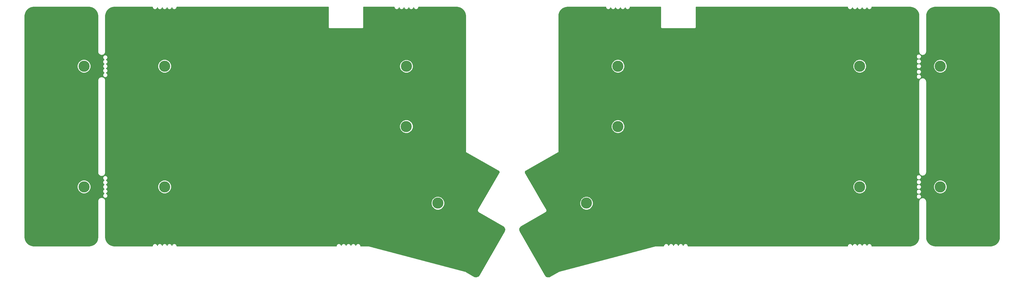
<source format=gbl>
G04 #@! TF.GenerationSoftware,KiCad,Pcbnew,(5.1.4-0-10_14)*
G04 #@! TF.CreationDate,2020-08-09T17:11:43-05:00*
G04 #@! TF.ProjectId,Dori_bottom_plate,446f7269-5f62-46f7-9474-6f6d5f706c61,rev?*
G04 #@! TF.SameCoordinates,Original*
G04 #@! TF.FileFunction,Copper,L2,Bot*
G04 #@! TF.FilePolarity,Positive*
%FSLAX46Y46*%
G04 Gerber Fmt 4.6, Leading zero omitted, Abs format (unit mm)*
G04 Created by KiCad (PCBNEW (5.1.4-0-10_14)) date 2020-08-09 17:11:43*
%MOMM*%
%LPD*%
G04 APERTURE LIST*
%ADD10C,3.500000*%
%ADD11C,0.500000*%
%ADD12C,0.254000*%
G04 APERTURE END LIST*
D10*
X278606250Y-80962500D03*
X211918550Y-80962500D03*
X135731250Y-61912500D03*
X380206250Y-100012500D03*
X380206250Y-61912500D03*
X110331250Y-100012500D03*
X354806250Y-61912500D03*
X221853125Y-105171875D03*
X211931250Y-61940000D03*
X135731250Y-100012500D03*
X278606250Y-61912500D03*
X268684375Y-105171875D03*
X354806250Y-100012500D03*
X110331250Y-61912500D03*
D11*
X100806250Y-78978125D03*
X389731250Y-78978125D03*
D12*
G36*
X350981250Y-43335903D02*
G01*
X351011109Y-43486018D01*
X351069681Y-43627423D01*
X351154714Y-43754684D01*
X351262941Y-43862911D01*
X351390202Y-43947944D01*
X351531607Y-44006516D01*
X351681722Y-44036375D01*
X351834778Y-44036375D01*
X351984893Y-44006516D01*
X352126298Y-43947944D01*
X352253559Y-43862911D01*
X352361786Y-43754684D01*
X352446819Y-43627423D01*
X352505391Y-43486018D01*
X352520250Y-43411315D01*
X352535109Y-43486018D01*
X352593681Y-43627423D01*
X352678714Y-43754684D01*
X352786941Y-43862911D01*
X352914202Y-43947944D01*
X353055607Y-44006516D01*
X353205722Y-44036375D01*
X353358778Y-44036375D01*
X353508893Y-44006516D01*
X353650298Y-43947944D01*
X353777559Y-43862911D01*
X353885786Y-43754684D01*
X353970819Y-43627423D01*
X354029391Y-43486018D01*
X354044250Y-43411315D01*
X354059109Y-43486018D01*
X354117681Y-43627423D01*
X354202714Y-43754684D01*
X354310941Y-43862911D01*
X354438202Y-43947944D01*
X354579607Y-44006516D01*
X354729722Y-44036375D01*
X354882778Y-44036375D01*
X355032893Y-44006516D01*
X355174298Y-43947944D01*
X355301559Y-43862911D01*
X355409786Y-43754684D01*
X355494819Y-43627423D01*
X355553391Y-43486018D01*
X355568250Y-43411315D01*
X355583109Y-43486018D01*
X355641681Y-43627423D01*
X355726714Y-43754684D01*
X355834941Y-43862911D01*
X355962202Y-43947944D01*
X356103607Y-44006516D01*
X356253722Y-44036375D01*
X356406778Y-44036375D01*
X356556893Y-44006516D01*
X356698298Y-43947944D01*
X356825559Y-43862911D01*
X356933786Y-43754684D01*
X357018819Y-43627423D01*
X357077391Y-43486018D01*
X357092250Y-43411315D01*
X357107109Y-43486018D01*
X357165681Y-43627423D01*
X357250714Y-43754684D01*
X357358941Y-43862911D01*
X357486202Y-43947944D01*
X357627607Y-44006516D01*
X357777722Y-44036375D01*
X357930778Y-44036375D01*
X358080893Y-44006516D01*
X358222298Y-43947944D01*
X358349559Y-43862911D01*
X358457786Y-43754684D01*
X358542819Y-43627423D01*
X358601391Y-43486018D01*
X358631250Y-43335903D01*
X358631250Y-43252333D01*
X358735487Y-43262553D01*
X358755253Y-43264500D01*
X370661594Y-43264500D01*
X371219487Y-43319202D01*
X371737220Y-43475515D01*
X372214735Y-43729414D01*
X372633843Y-44071229D01*
X372978575Y-44487940D01*
X373235800Y-44963668D01*
X373395723Y-45480297D01*
X373454246Y-46037097D01*
X373454250Y-46038321D01*
X373454251Y-57296747D01*
X373456246Y-57317002D01*
X373456246Y-57327307D01*
X373456832Y-57332889D01*
X373474093Y-57486768D01*
X373481674Y-57522430D01*
X373488745Y-57558145D01*
X373490405Y-57563507D01*
X373537224Y-57711102D01*
X373551582Y-57744603D01*
X373565463Y-57778280D01*
X373568133Y-57783218D01*
X373642729Y-57918907D01*
X373663302Y-57948952D01*
X373683475Y-57979316D01*
X373687054Y-57983641D01*
X373786584Y-58102258D01*
X373812636Y-58127770D01*
X373838291Y-58153605D01*
X373842635Y-58157147D01*
X373842639Y-58157151D01*
X373842641Y-58157152D01*
X373963316Y-58254177D01*
X373993814Y-58274134D01*
X374024010Y-58294502D01*
X374028961Y-58297134D01*
X374028965Y-58297137D01*
X374028969Y-58297139D01*
X374166189Y-58368875D01*
X374199951Y-58382516D01*
X374233557Y-58396643D01*
X374238931Y-58398265D01*
X374387474Y-58441984D01*
X374423277Y-58448814D01*
X374458955Y-58456138D01*
X374464539Y-58456685D01*
X374464541Y-58456685D01*
X374618747Y-58470719D01*
X374655144Y-58470465D01*
X374691617Y-58470720D01*
X374697204Y-58470172D01*
X374851198Y-58453986D01*
X374886904Y-58446656D01*
X374922677Y-58439833D01*
X374928049Y-58438211D01*
X374928055Y-58438209D01*
X375075969Y-58392422D01*
X375109534Y-58378313D01*
X375143339Y-58364655D01*
X375148295Y-58362019D01*
X375284503Y-58288372D01*
X375314707Y-58267999D01*
X375345199Y-58248046D01*
X375349549Y-58244498D01*
X375468857Y-58145797D01*
X375494525Y-58119948D01*
X375520560Y-58094454D01*
X375524138Y-58090129D01*
X375622004Y-57970133D01*
X375642155Y-57939804D01*
X375662753Y-57909722D01*
X375665419Y-57904789D01*
X375665422Y-57904785D01*
X375665424Y-57904781D01*
X375738116Y-57768066D01*
X375751998Y-57734387D01*
X375766354Y-57700892D01*
X375768011Y-57695536D01*
X375768014Y-57695529D01*
X375768015Y-57695522D01*
X375812768Y-57547295D01*
X375819843Y-57511566D01*
X375827421Y-57475915D01*
X375828007Y-57470332D01*
X375843117Y-57316228D01*
X375843117Y-57316222D01*
X375845034Y-57296772D01*
X375845748Y-46057172D01*
X375900452Y-45499263D01*
X376056765Y-44981530D01*
X376310664Y-44504015D01*
X376652479Y-44084907D01*
X377069190Y-43740175D01*
X377544918Y-43482950D01*
X378061547Y-43323027D01*
X378618347Y-43264504D01*
X378619570Y-43264500D01*
X396061594Y-43264500D01*
X396619487Y-43319202D01*
X397137220Y-43475515D01*
X397614735Y-43729414D01*
X398033843Y-44071229D01*
X398378575Y-44487940D01*
X398635800Y-44963668D01*
X398795723Y-45480297D01*
X398854246Y-46037097D01*
X398854251Y-46038608D01*
X398854250Y-115867844D01*
X398799548Y-116425737D01*
X398643235Y-116943470D01*
X398389335Y-117420987D01*
X398047519Y-117840096D01*
X397630812Y-118184824D01*
X397155086Y-118442049D01*
X396638453Y-118601973D01*
X396081653Y-118660496D01*
X396080430Y-118660500D01*
X378638406Y-118660500D01*
X378080513Y-118605798D01*
X377562780Y-118449485D01*
X377085263Y-118195585D01*
X376666154Y-117853769D01*
X376321426Y-117437062D01*
X376064201Y-116961336D01*
X375904277Y-116444703D01*
X375845754Y-115887903D01*
X375845750Y-115886680D01*
X375845750Y-104628253D01*
X375843754Y-104607988D01*
X375843754Y-104597693D01*
X375843167Y-104592111D01*
X375825907Y-104438232D01*
X375818323Y-104402556D01*
X375811255Y-104366856D01*
X375809595Y-104361494D01*
X375762776Y-104213898D01*
X375748418Y-104180397D01*
X375734537Y-104146720D01*
X375731867Y-104141782D01*
X375657270Y-104006092D01*
X375636675Y-103976014D01*
X375616524Y-103945684D01*
X375612946Y-103941359D01*
X375612945Y-103941357D01*
X375612941Y-103941353D01*
X375513415Y-103822742D01*
X375487383Y-103797249D01*
X375461710Y-103771396D01*
X375457360Y-103767848D01*
X375336684Y-103670823D01*
X375306186Y-103650866D01*
X375275990Y-103630498D01*
X375271034Y-103627862D01*
X375133811Y-103556125D01*
X375100061Y-103542489D01*
X375066443Y-103528357D01*
X375061069Y-103526735D01*
X374912526Y-103483016D01*
X374876755Y-103476192D01*
X374841045Y-103468862D01*
X374835458Y-103468314D01*
X374681253Y-103454281D01*
X374644856Y-103454535D01*
X374608382Y-103454280D01*
X374602796Y-103454828D01*
X374448801Y-103471014D01*
X374413082Y-103478346D01*
X374377323Y-103485167D01*
X374371953Y-103486789D01*
X374371947Y-103486790D01*
X374371941Y-103486792D01*
X374224031Y-103532578D01*
X374190447Y-103546695D01*
X374156660Y-103560346D01*
X374151704Y-103562981D01*
X374015497Y-103636628D01*
X373985285Y-103657006D01*
X373954801Y-103676954D01*
X373950451Y-103680502D01*
X373831143Y-103779203D01*
X373805458Y-103805068D01*
X373779440Y-103830546D01*
X373775862Y-103834871D01*
X373677996Y-103954866D01*
X373657821Y-103985232D01*
X373637248Y-104015278D01*
X373634578Y-104020216D01*
X373561884Y-104156934D01*
X373548008Y-104190599D01*
X373533646Y-104224107D01*
X373531989Y-104229464D01*
X373531986Y-104229471D01*
X373531985Y-104229478D01*
X373487232Y-104377705D01*
X373480157Y-104413434D01*
X373472579Y-104449085D01*
X373471993Y-104454668D01*
X373461096Y-104565805D01*
X373460068Y-104569194D01*
X373454251Y-104628253D01*
X373454250Y-115867844D01*
X373399548Y-116425737D01*
X373243235Y-116943470D01*
X372989335Y-117420987D01*
X372647519Y-117840096D01*
X372230812Y-118184824D01*
X371755086Y-118442049D01*
X371238453Y-118601973D01*
X370681653Y-118660496D01*
X370680430Y-118660500D01*
X358755253Y-118660500D01*
X358737920Y-118662207D01*
X358733025Y-118662173D01*
X358727439Y-118662721D01*
X358631250Y-118672831D01*
X358631250Y-118589097D01*
X358601391Y-118438982D01*
X358542819Y-118297577D01*
X358457786Y-118170316D01*
X358349559Y-118062089D01*
X358222298Y-117977056D01*
X358080893Y-117918484D01*
X357930778Y-117888625D01*
X357777722Y-117888625D01*
X357627607Y-117918484D01*
X357486202Y-117977056D01*
X357358941Y-118062089D01*
X357250714Y-118170316D01*
X357165681Y-118297577D01*
X357107109Y-118438982D01*
X357092250Y-118513685D01*
X357077391Y-118438982D01*
X357018819Y-118297577D01*
X356933786Y-118170316D01*
X356825559Y-118062089D01*
X356698298Y-117977056D01*
X356556893Y-117918484D01*
X356406778Y-117888625D01*
X356253722Y-117888625D01*
X356103607Y-117918484D01*
X355962202Y-117977056D01*
X355834941Y-118062089D01*
X355726714Y-118170316D01*
X355641681Y-118297577D01*
X355583109Y-118438982D01*
X355568250Y-118513685D01*
X355553391Y-118438982D01*
X355494819Y-118297577D01*
X355409786Y-118170316D01*
X355301559Y-118062089D01*
X355174298Y-117977056D01*
X355032893Y-117918484D01*
X354882778Y-117888625D01*
X354729722Y-117888625D01*
X354579607Y-117918484D01*
X354438202Y-117977056D01*
X354310941Y-118062089D01*
X354202714Y-118170316D01*
X354117681Y-118297577D01*
X354059109Y-118438982D01*
X354044250Y-118513685D01*
X354029391Y-118438982D01*
X353970819Y-118297577D01*
X353885786Y-118170316D01*
X353777559Y-118062089D01*
X353650298Y-117977056D01*
X353508893Y-117918484D01*
X353358778Y-117888625D01*
X353205722Y-117888625D01*
X353055607Y-117918484D01*
X352914202Y-117977056D01*
X352786941Y-118062089D01*
X352678714Y-118170316D01*
X352593681Y-118297577D01*
X352535109Y-118438982D01*
X352520250Y-118513685D01*
X352505391Y-118438982D01*
X352446819Y-118297577D01*
X352361786Y-118170316D01*
X352253559Y-118062089D01*
X352126298Y-117977056D01*
X351984893Y-117918484D01*
X351834778Y-117888625D01*
X351681722Y-117888625D01*
X351531607Y-117918484D01*
X351390202Y-117977056D01*
X351262941Y-118062089D01*
X351154714Y-118170316D01*
X351069681Y-118297577D01*
X351011109Y-118438982D01*
X350981250Y-118589097D01*
X350981250Y-118672668D01*
X350877013Y-118662447D01*
X350857247Y-118660500D01*
X300811503Y-118660500D01*
X300794170Y-118662207D01*
X300789275Y-118662173D01*
X300783689Y-118662721D01*
X300687500Y-118672831D01*
X300687500Y-118589097D01*
X300657641Y-118438982D01*
X300599069Y-118297577D01*
X300514036Y-118170316D01*
X300405809Y-118062089D01*
X300278548Y-117977056D01*
X300137143Y-117918484D01*
X299987028Y-117888625D01*
X299833972Y-117888625D01*
X299683857Y-117918484D01*
X299542452Y-117977056D01*
X299415191Y-118062089D01*
X299306964Y-118170316D01*
X299221931Y-118297577D01*
X299163359Y-118438982D01*
X299148500Y-118513685D01*
X299133641Y-118438982D01*
X299075069Y-118297577D01*
X298990036Y-118170316D01*
X298881809Y-118062089D01*
X298754548Y-117977056D01*
X298613143Y-117918484D01*
X298463028Y-117888625D01*
X298309972Y-117888625D01*
X298159857Y-117918484D01*
X298018452Y-117977056D01*
X297891191Y-118062089D01*
X297782964Y-118170316D01*
X297697931Y-118297577D01*
X297639359Y-118438982D01*
X297624500Y-118513685D01*
X297609641Y-118438982D01*
X297551069Y-118297577D01*
X297466036Y-118170316D01*
X297357809Y-118062089D01*
X297230548Y-117977056D01*
X297089143Y-117918484D01*
X296939028Y-117888625D01*
X296785972Y-117888625D01*
X296635857Y-117918484D01*
X296494452Y-117977056D01*
X296367191Y-118062089D01*
X296258964Y-118170316D01*
X296173931Y-118297577D01*
X296115359Y-118438982D01*
X296100500Y-118513685D01*
X296085641Y-118438982D01*
X296027069Y-118297577D01*
X295942036Y-118170316D01*
X295833809Y-118062089D01*
X295706548Y-117977056D01*
X295565143Y-117918484D01*
X295415028Y-117888625D01*
X295261972Y-117888625D01*
X295111857Y-117918484D01*
X294970452Y-117977056D01*
X294843191Y-118062089D01*
X294734964Y-118170316D01*
X294649931Y-118297577D01*
X294591359Y-118438982D01*
X294576500Y-118513685D01*
X294561641Y-118438982D01*
X294503069Y-118297577D01*
X294418036Y-118170316D01*
X294309809Y-118062089D01*
X294182548Y-117977056D01*
X294041143Y-117918484D01*
X293891028Y-117888625D01*
X293737972Y-117888625D01*
X293587857Y-117918484D01*
X293446452Y-117977056D01*
X293319191Y-118062089D01*
X293210964Y-118170316D01*
X293125931Y-118297577D01*
X293067359Y-118438982D01*
X293037500Y-118589097D01*
X293037500Y-118672668D01*
X292932979Y-118662419D01*
X292932978Y-118662419D01*
X292913867Y-118660519D01*
X290520138Y-118658313D01*
X290487858Y-118657114D01*
X290461069Y-118661416D01*
X290434060Y-118664051D01*
X290403128Y-118673402D01*
X260254950Y-126609326D01*
X260223661Y-126616321D01*
X260198603Y-126627399D01*
X260172939Y-126636930D01*
X260145660Y-126653726D01*
X257250963Y-128289860D01*
X257022283Y-128386979D01*
X256795450Y-128434409D01*
X256563733Y-128436878D01*
X256335945Y-128394292D01*
X256120761Y-128308271D01*
X255926393Y-128182097D01*
X255750274Y-128010892D01*
X255727309Y-127982062D01*
X247756556Y-114120589D01*
X247660021Y-113893283D01*
X247612591Y-113666450D01*
X247610122Y-113434729D01*
X247652708Y-113206944D01*
X247738730Y-112991759D01*
X247864902Y-112797393D01*
X248036106Y-112621277D01*
X248065715Y-112597690D01*
X255869178Y-108059320D01*
X255917307Y-108024600D01*
X255922443Y-108019081D01*
X255947136Y-107999556D01*
X255973388Y-107974263D01*
X255999968Y-107949359D01*
X256003641Y-107945114D01*
X256041716Y-107900478D01*
X256062538Y-107870590D01*
X256083783Y-107840988D01*
X256086561Y-107836110D01*
X256115242Y-107784929D01*
X256129865Y-107751562D01*
X256144958Y-107718391D01*
X256146736Y-107713066D01*
X256164929Y-107657289D01*
X256172798Y-107621691D01*
X256181153Y-107586252D01*
X256181863Y-107580684D01*
X256188876Y-107522434D01*
X256189681Y-107485984D01*
X256190993Y-107449593D01*
X256190608Y-107443993D01*
X256186173Y-107385492D01*
X256179887Y-107349609D01*
X256174103Y-107313634D01*
X256172637Y-107308216D01*
X256156924Y-107251690D01*
X256143792Y-107217718D01*
X256131127Y-107183543D01*
X256128637Y-107178513D01*
X256105797Y-107133170D01*
X256100892Y-107122398D01*
X254848492Y-104962384D01*
X266557375Y-104962384D01*
X266557375Y-105381366D01*
X266639114Y-105792298D01*
X266799452Y-106179387D01*
X267032226Y-106527759D01*
X267328491Y-106824024D01*
X267676863Y-107056798D01*
X268063952Y-107217136D01*
X268474884Y-107298875D01*
X268893866Y-107298875D01*
X269304798Y-107217136D01*
X269691887Y-107056798D01*
X270040259Y-106824024D01*
X270336524Y-106527759D01*
X270569298Y-106179387D01*
X270729636Y-105792298D01*
X270811375Y-105381366D01*
X270811375Y-104962384D01*
X270729636Y-104551452D01*
X270569298Y-104164363D01*
X270336524Y-103815991D01*
X270040259Y-103519726D01*
X269691887Y-103286952D01*
X269304798Y-103126614D01*
X268893866Y-103044875D01*
X268474884Y-103044875D01*
X268063952Y-103126614D01*
X267676863Y-103286952D01*
X267328491Y-103519726D01*
X267032226Y-103815991D01*
X266799452Y-104164363D01*
X266639114Y-104551452D01*
X266557375Y-104962384D01*
X254848492Y-104962384D01*
X251857027Y-99803009D01*
X352679250Y-99803009D01*
X352679250Y-100221991D01*
X352760989Y-100632923D01*
X352921327Y-101020012D01*
X353154101Y-101368384D01*
X353450366Y-101664649D01*
X353798738Y-101897423D01*
X354185827Y-102057761D01*
X354596759Y-102139500D01*
X355015741Y-102139500D01*
X355426673Y-102057761D01*
X355813762Y-101897423D01*
X356162134Y-101664649D01*
X356458399Y-101368384D01*
X356691173Y-101020012D01*
X356851511Y-100632923D01*
X356933250Y-100221991D01*
X356933250Y-99803009D01*
X356851511Y-99392077D01*
X356691173Y-99004988D01*
X356458399Y-98656616D01*
X356162134Y-98360351D01*
X355813762Y-98127577D01*
X355426673Y-97967239D01*
X355015741Y-97885500D01*
X354596759Y-97885500D01*
X354185827Y-97967239D01*
X353798738Y-98127577D01*
X353450366Y-98360351D01*
X353154101Y-98656616D01*
X352921327Y-99004988D01*
X352760989Y-99392077D01*
X352679250Y-99803009D01*
X251857027Y-99803009D01*
X250166855Y-96887972D01*
X372682375Y-96887972D01*
X372682375Y-97041028D01*
X372712234Y-97191143D01*
X372770806Y-97332548D01*
X372855839Y-97459809D01*
X372964066Y-97568036D01*
X373091327Y-97653069D01*
X373232732Y-97711641D01*
X373307435Y-97726500D01*
X373232732Y-97741359D01*
X373091327Y-97799931D01*
X372964066Y-97884964D01*
X372855839Y-97993191D01*
X372770806Y-98120452D01*
X372712234Y-98261857D01*
X372682375Y-98411972D01*
X372682375Y-98565028D01*
X372712234Y-98715143D01*
X372770806Y-98856548D01*
X372855839Y-98983809D01*
X372964066Y-99092036D01*
X373091327Y-99177069D01*
X373232732Y-99235641D01*
X373307435Y-99250500D01*
X373232732Y-99265359D01*
X373091327Y-99323931D01*
X372964066Y-99408964D01*
X372855839Y-99517191D01*
X372770806Y-99644452D01*
X372712234Y-99785857D01*
X372682375Y-99935972D01*
X372682375Y-100089028D01*
X372712234Y-100239143D01*
X372770806Y-100380548D01*
X372855839Y-100507809D01*
X372964066Y-100616036D01*
X373091327Y-100701069D01*
X373232732Y-100759641D01*
X373307435Y-100774500D01*
X373232732Y-100789359D01*
X373091327Y-100847931D01*
X372964066Y-100932964D01*
X372855839Y-101041191D01*
X372770806Y-101168452D01*
X372712234Y-101309857D01*
X372682375Y-101459972D01*
X372682375Y-101613028D01*
X372712234Y-101763143D01*
X372770806Y-101904548D01*
X372855839Y-102031809D01*
X372964066Y-102140036D01*
X373091327Y-102225069D01*
X373232732Y-102283641D01*
X373307435Y-102298500D01*
X373232732Y-102313359D01*
X373091327Y-102371931D01*
X372964066Y-102456964D01*
X372855839Y-102565191D01*
X372770806Y-102692452D01*
X372712234Y-102833857D01*
X372682375Y-102983972D01*
X372682375Y-103137028D01*
X372712234Y-103287143D01*
X372770806Y-103428548D01*
X372855839Y-103555809D01*
X372964066Y-103664036D01*
X373091327Y-103749069D01*
X373232732Y-103807641D01*
X373382847Y-103837500D01*
X373535903Y-103837500D01*
X373686018Y-103807641D01*
X373827423Y-103749069D01*
X373954684Y-103664036D01*
X374062911Y-103555809D01*
X374147944Y-103428548D01*
X374206516Y-103287143D01*
X374236375Y-103137028D01*
X374236375Y-102983972D01*
X374206516Y-102833857D01*
X374147944Y-102692452D01*
X374062911Y-102565191D01*
X373954684Y-102456964D01*
X373827423Y-102371931D01*
X373686018Y-102313359D01*
X373611315Y-102298500D01*
X373686018Y-102283641D01*
X373827423Y-102225069D01*
X373954684Y-102140036D01*
X374062911Y-102031809D01*
X374147944Y-101904548D01*
X374206516Y-101763143D01*
X374236375Y-101613028D01*
X374236375Y-101459972D01*
X374206516Y-101309857D01*
X374147944Y-101168452D01*
X374062911Y-101041191D01*
X373954684Y-100932964D01*
X373827423Y-100847931D01*
X373686018Y-100789359D01*
X373611315Y-100774500D01*
X373686018Y-100759641D01*
X373827423Y-100701069D01*
X373954684Y-100616036D01*
X374062911Y-100507809D01*
X374147944Y-100380548D01*
X374206516Y-100239143D01*
X374236375Y-100089028D01*
X374236375Y-99935972D01*
X374209928Y-99803009D01*
X378079250Y-99803009D01*
X378079250Y-100221991D01*
X378160989Y-100632923D01*
X378321327Y-101020012D01*
X378554101Y-101368384D01*
X378850366Y-101664649D01*
X379198738Y-101897423D01*
X379585827Y-102057761D01*
X379996759Y-102139500D01*
X380415741Y-102139500D01*
X380826673Y-102057761D01*
X381213762Y-101897423D01*
X381562134Y-101664649D01*
X381858399Y-101368384D01*
X382091173Y-101020012D01*
X382251511Y-100632923D01*
X382333250Y-100221991D01*
X382333250Y-99803009D01*
X382251511Y-99392077D01*
X382091173Y-99004988D01*
X381858399Y-98656616D01*
X381562134Y-98360351D01*
X381213762Y-98127577D01*
X380826673Y-97967239D01*
X380415741Y-97885500D01*
X379996759Y-97885500D01*
X379585827Y-97967239D01*
X379198738Y-98127577D01*
X378850366Y-98360351D01*
X378554101Y-98656616D01*
X378321327Y-99004988D01*
X378160989Y-99392077D01*
X378079250Y-99803009D01*
X374209928Y-99803009D01*
X374206516Y-99785857D01*
X374147944Y-99644452D01*
X374062911Y-99517191D01*
X373954684Y-99408964D01*
X373827423Y-99323931D01*
X373686018Y-99265359D01*
X373611315Y-99250500D01*
X373686018Y-99235641D01*
X373827423Y-99177069D01*
X373954684Y-99092036D01*
X374062911Y-98983809D01*
X374147944Y-98856548D01*
X374206516Y-98715143D01*
X374236375Y-98565028D01*
X374236375Y-98411972D01*
X374206516Y-98261857D01*
X374147944Y-98120452D01*
X374062911Y-97993191D01*
X373954684Y-97884964D01*
X373827423Y-97799931D01*
X373686018Y-97741359D01*
X373611315Y-97726500D01*
X373686018Y-97711641D01*
X373827423Y-97653069D01*
X373954684Y-97568036D01*
X374062911Y-97459809D01*
X374147944Y-97332548D01*
X374206516Y-97191143D01*
X374236375Y-97041028D01*
X374236375Y-96887972D01*
X374206516Y-96737857D01*
X374147944Y-96596452D01*
X374062911Y-96469191D01*
X373954684Y-96360964D01*
X373827423Y-96275931D01*
X373686018Y-96217359D01*
X373535903Y-96187500D01*
X373382847Y-96187500D01*
X373232732Y-96217359D01*
X373091327Y-96275931D01*
X372964066Y-96360964D01*
X372855839Y-96469191D01*
X372770806Y-96596452D01*
X372712234Y-96737857D01*
X372682375Y-96887972D01*
X250166855Y-96887972D01*
X249410893Y-95584166D01*
X249377000Y-95495712D01*
X249362169Y-95409538D01*
X249362489Y-95396736D01*
X373453536Y-95396736D01*
X373456246Y-95424255D01*
X373456246Y-95427307D01*
X373456832Y-95432889D01*
X373458996Y-95452179D01*
X373459352Y-95455796D01*
X373459431Y-95456055D01*
X373474093Y-95586768D01*
X373481674Y-95622430D01*
X373488745Y-95658145D01*
X373490405Y-95663507D01*
X373537224Y-95811102D01*
X373551582Y-95844603D01*
X373565463Y-95878280D01*
X373568133Y-95883218D01*
X373642729Y-96018907D01*
X373663302Y-96048952D01*
X373683475Y-96079316D01*
X373687054Y-96083641D01*
X373786584Y-96202258D01*
X373812636Y-96227770D01*
X373838291Y-96253605D01*
X373842635Y-96257147D01*
X373842639Y-96257151D01*
X373842641Y-96257152D01*
X373963316Y-96354177D01*
X373993814Y-96374134D01*
X374024010Y-96394502D01*
X374028961Y-96397134D01*
X374028965Y-96397137D01*
X374028969Y-96397139D01*
X374166189Y-96468875D01*
X374199951Y-96482516D01*
X374233557Y-96496643D01*
X374238931Y-96498265D01*
X374387474Y-96541984D01*
X374423277Y-96548814D01*
X374458955Y-96556138D01*
X374464539Y-96556685D01*
X374464541Y-96556685D01*
X374618747Y-96570719D01*
X374655144Y-96570465D01*
X374691617Y-96570720D01*
X374697204Y-96570172D01*
X374851198Y-96553986D01*
X374886904Y-96546656D01*
X374922677Y-96539833D01*
X374928049Y-96538211D01*
X374928055Y-96538209D01*
X375075969Y-96492422D01*
X375109534Y-96478313D01*
X375143339Y-96464655D01*
X375148295Y-96462019D01*
X375284503Y-96388372D01*
X375314707Y-96367999D01*
X375345199Y-96348046D01*
X375349549Y-96344498D01*
X375468857Y-96245797D01*
X375494525Y-96219948D01*
X375520560Y-96194454D01*
X375524138Y-96190129D01*
X375622004Y-96070133D01*
X375642155Y-96039804D01*
X375662753Y-96009722D01*
X375665419Y-96004789D01*
X375665422Y-96004785D01*
X375665424Y-96004781D01*
X375738116Y-95868066D01*
X375751998Y-95834387D01*
X375766354Y-95800892D01*
X375768011Y-95795536D01*
X375768014Y-95795529D01*
X375768015Y-95795522D01*
X375812768Y-95647295D01*
X375819843Y-95611566D01*
X375827421Y-95575915D01*
X375828007Y-95570332D01*
X375843117Y-95416228D01*
X375843117Y-95416226D01*
X375845035Y-95396757D01*
X375845750Y-66782264D01*
X375843754Y-66761995D01*
X375843754Y-66751693D01*
X375843167Y-66746111D01*
X375825907Y-66592232D01*
X375818323Y-66556556D01*
X375811255Y-66520856D01*
X375809595Y-66515494D01*
X375762776Y-66367898D01*
X375748418Y-66334397D01*
X375734537Y-66300720D01*
X375731867Y-66295782D01*
X375657270Y-66160092D01*
X375636675Y-66130014D01*
X375616524Y-66099684D01*
X375612946Y-66095359D01*
X375612945Y-66095357D01*
X375612941Y-66095353D01*
X375513415Y-65976742D01*
X375487383Y-65951249D01*
X375461710Y-65925396D01*
X375457360Y-65921848D01*
X375336684Y-65824823D01*
X375306186Y-65804866D01*
X375275990Y-65784498D01*
X375271034Y-65781862D01*
X375133811Y-65710125D01*
X375100061Y-65696489D01*
X375066443Y-65682357D01*
X375061069Y-65680735D01*
X374912526Y-65637016D01*
X374876755Y-65630192D01*
X374841045Y-65622862D01*
X374835458Y-65622314D01*
X374681253Y-65608281D01*
X374644856Y-65608535D01*
X374608382Y-65608280D01*
X374602796Y-65608828D01*
X374448801Y-65625014D01*
X374413082Y-65632346D01*
X374377323Y-65639167D01*
X374371953Y-65640789D01*
X374371947Y-65640790D01*
X374371941Y-65640792D01*
X374224031Y-65686578D01*
X374190447Y-65700695D01*
X374156660Y-65714346D01*
X374151704Y-65716981D01*
X374015497Y-65790628D01*
X373985285Y-65811006D01*
X373954801Y-65830954D01*
X373950451Y-65834502D01*
X373831143Y-65933203D01*
X373805458Y-65959068D01*
X373779440Y-65984546D01*
X373775862Y-65988871D01*
X373677996Y-66108866D01*
X373657821Y-66139232D01*
X373637248Y-66169278D01*
X373634578Y-66174216D01*
X373561884Y-66310934D01*
X373548008Y-66344599D01*
X373533646Y-66378107D01*
X373531989Y-66383464D01*
X373531986Y-66383471D01*
X373531985Y-66383478D01*
X373487232Y-66531705D01*
X373480157Y-66567434D01*
X373472579Y-66603085D01*
X373471993Y-66608668D01*
X373461097Y-66719797D01*
X373460069Y-66723185D01*
X373454251Y-66782243D01*
X373453536Y-95396736D01*
X249362489Y-95396736D01*
X249364359Y-95322132D01*
X249383485Y-95236810D01*
X249418818Y-95156831D01*
X249469013Y-95085239D01*
X249532158Y-95024759D01*
X249625581Y-94965093D01*
X259749815Y-89252361D01*
X259780670Y-89235868D01*
X259799569Y-89220358D01*
X259819578Y-89206316D01*
X259830103Y-89195299D01*
X259841882Y-89185632D01*
X259857386Y-89166741D01*
X259874278Y-89149059D01*
X259882454Y-89136196D01*
X259892118Y-89124420D01*
X259903645Y-89102854D01*
X259916755Y-89082228D01*
X259922259Y-89068030D01*
X259929447Y-89054583D01*
X259936548Y-89031175D01*
X259945379Y-89008395D01*
X259948008Y-88993393D01*
X259952433Y-88978806D01*
X259954830Y-88954470D01*
X259959049Y-88930397D01*
X259958250Y-88895431D01*
X259958250Y-80753009D01*
X276479250Y-80753009D01*
X276479250Y-81171991D01*
X276560989Y-81582923D01*
X276721327Y-81970012D01*
X276954101Y-82318384D01*
X277250366Y-82614649D01*
X277598738Y-82847423D01*
X277985827Y-83007761D01*
X278396759Y-83089500D01*
X278815741Y-83089500D01*
X279226673Y-83007761D01*
X279613762Y-82847423D01*
X279962134Y-82614649D01*
X280258399Y-82318384D01*
X280491173Y-81970012D01*
X280651511Y-81582923D01*
X280733250Y-81171991D01*
X280733250Y-80753009D01*
X280651511Y-80342077D01*
X280491173Y-79954988D01*
X280258399Y-79606616D01*
X279962134Y-79310351D01*
X279613762Y-79077577D01*
X279226673Y-78917239D01*
X278815741Y-78835500D01*
X278396759Y-78835500D01*
X277985827Y-78917239D01*
X277598738Y-79077577D01*
X277250366Y-79310351D01*
X276954101Y-79606616D01*
X276721327Y-79954988D01*
X276560989Y-80342077D01*
X276479250Y-80753009D01*
X259958250Y-80753009D01*
X259958250Y-61703009D01*
X276479250Y-61703009D01*
X276479250Y-62121991D01*
X276560989Y-62532923D01*
X276721327Y-62920012D01*
X276954101Y-63268384D01*
X277250366Y-63564649D01*
X277598738Y-63797423D01*
X277985827Y-63957761D01*
X278396759Y-64039500D01*
X278815741Y-64039500D01*
X279226673Y-63957761D01*
X279613762Y-63797423D01*
X279962134Y-63564649D01*
X280258399Y-63268384D01*
X280491173Y-62920012D01*
X280651511Y-62532923D01*
X280733250Y-62121991D01*
X280733250Y-61703009D01*
X352679250Y-61703009D01*
X352679250Y-62121991D01*
X352760989Y-62532923D01*
X352921327Y-62920012D01*
X353154101Y-63268384D01*
X353450366Y-63564649D01*
X353798738Y-63797423D01*
X354185827Y-63957761D01*
X354596759Y-64039500D01*
X355015741Y-64039500D01*
X355426673Y-63957761D01*
X355813762Y-63797423D01*
X356088316Y-63613972D01*
X372682375Y-63613972D01*
X372682375Y-63767028D01*
X372712234Y-63917143D01*
X372770806Y-64058548D01*
X372855839Y-64185809D01*
X372964066Y-64294036D01*
X373091327Y-64379069D01*
X373232732Y-64437641D01*
X373307435Y-64452500D01*
X373232732Y-64467359D01*
X373091327Y-64525931D01*
X372964066Y-64610964D01*
X372855839Y-64719191D01*
X372770806Y-64846452D01*
X372712234Y-64987857D01*
X372682375Y-65137972D01*
X372682375Y-65291028D01*
X372712234Y-65441143D01*
X372770806Y-65582548D01*
X372855839Y-65709809D01*
X372964066Y-65818036D01*
X373091327Y-65903069D01*
X373232732Y-65961641D01*
X373382847Y-65991500D01*
X373535903Y-65991500D01*
X373686018Y-65961641D01*
X373827423Y-65903069D01*
X373954684Y-65818036D01*
X374062911Y-65709809D01*
X374147944Y-65582548D01*
X374206516Y-65441143D01*
X374236375Y-65291028D01*
X374236375Y-65137972D01*
X374206516Y-64987857D01*
X374147944Y-64846452D01*
X374062911Y-64719191D01*
X373954684Y-64610964D01*
X373827423Y-64525931D01*
X373686018Y-64467359D01*
X373611315Y-64452500D01*
X373686018Y-64437641D01*
X373827423Y-64379069D01*
X373954684Y-64294036D01*
X374062911Y-64185809D01*
X374147944Y-64058548D01*
X374206516Y-63917143D01*
X374236375Y-63767028D01*
X374236375Y-63613972D01*
X374206516Y-63463857D01*
X374147944Y-63322452D01*
X374062911Y-63195191D01*
X373954684Y-63086964D01*
X373827423Y-63001931D01*
X373686018Y-62943359D01*
X373535903Y-62913500D01*
X373382847Y-62913500D01*
X373232732Y-62943359D01*
X373091327Y-63001931D01*
X372964066Y-63086964D01*
X372855839Y-63195191D01*
X372770806Y-63322452D01*
X372712234Y-63463857D01*
X372682375Y-63613972D01*
X356088316Y-63613972D01*
X356162134Y-63564649D01*
X356458399Y-63268384D01*
X356691173Y-62920012D01*
X356851511Y-62532923D01*
X356933250Y-62121991D01*
X356933250Y-61703009D01*
X356851511Y-61292077D01*
X356691173Y-60904988D01*
X356458399Y-60556616D01*
X356162134Y-60260351D01*
X355813762Y-60027577D01*
X355426673Y-59867239D01*
X355015741Y-59785500D01*
X354596759Y-59785500D01*
X354185827Y-59867239D01*
X353798738Y-60027577D01*
X353450366Y-60260351D01*
X353154101Y-60556616D01*
X352921327Y-60904988D01*
X352760989Y-61292077D01*
X352679250Y-61703009D01*
X280733250Y-61703009D01*
X280651511Y-61292077D01*
X280491173Y-60904988D01*
X280258399Y-60556616D01*
X279962134Y-60260351D01*
X279613762Y-60027577D01*
X279226673Y-59867239D01*
X278815741Y-59785500D01*
X278396759Y-59785500D01*
X277985827Y-59867239D01*
X277598738Y-60027577D01*
X277250366Y-60260351D01*
X276954101Y-60556616D01*
X276721327Y-60904988D01*
X276560989Y-61292077D01*
X276479250Y-61703009D01*
X259958250Y-61703009D01*
X259958250Y-58787972D01*
X372682375Y-58787972D01*
X372682375Y-58941028D01*
X372712234Y-59091143D01*
X372770806Y-59232548D01*
X372855839Y-59359809D01*
X372964066Y-59468036D01*
X373091327Y-59553069D01*
X373232732Y-59611641D01*
X373307435Y-59626500D01*
X373232732Y-59641359D01*
X373091327Y-59699931D01*
X372964066Y-59784964D01*
X372855839Y-59893191D01*
X372770806Y-60020452D01*
X372712234Y-60161857D01*
X372682375Y-60311972D01*
X372682375Y-60465028D01*
X372712234Y-60615143D01*
X372770806Y-60756548D01*
X372855839Y-60883809D01*
X372964066Y-60992036D01*
X373091327Y-61077069D01*
X373232732Y-61135641D01*
X373307435Y-61150500D01*
X373232732Y-61165359D01*
X373091327Y-61223931D01*
X372964066Y-61308964D01*
X372855839Y-61417191D01*
X372770806Y-61544452D01*
X372712234Y-61685857D01*
X372682375Y-61835972D01*
X372682375Y-61989028D01*
X372712234Y-62139143D01*
X372770806Y-62280548D01*
X372855839Y-62407809D01*
X372964066Y-62516036D01*
X373091327Y-62601069D01*
X373232732Y-62659641D01*
X373382847Y-62689500D01*
X373535903Y-62689500D01*
X373686018Y-62659641D01*
X373827423Y-62601069D01*
X373954684Y-62516036D01*
X374062911Y-62407809D01*
X374147944Y-62280548D01*
X374206516Y-62139143D01*
X374236375Y-61989028D01*
X374236375Y-61835972D01*
X374209928Y-61703009D01*
X378079250Y-61703009D01*
X378079250Y-62121991D01*
X378160989Y-62532923D01*
X378321327Y-62920012D01*
X378554101Y-63268384D01*
X378850366Y-63564649D01*
X379198738Y-63797423D01*
X379585827Y-63957761D01*
X379996759Y-64039500D01*
X380415741Y-64039500D01*
X380826673Y-63957761D01*
X381213762Y-63797423D01*
X381562134Y-63564649D01*
X381858399Y-63268384D01*
X382091173Y-62920012D01*
X382251511Y-62532923D01*
X382333250Y-62121991D01*
X382333250Y-61703009D01*
X382251511Y-61292077D01*
X382091173Y-60904988D01*
X381858399Y-60556616D01*
X381562134Y-60260351D01*
X381213762Y-60027577D01*
X380826673Y-59867239D01*
X380415741Y-59785500D01*
X379996759Y-59785500D01*
X379585827Y-59867239D01*
X379198738Y-60027577D01*
X378850366Y-60260351D01*
X378554101Y-60556616D01*
X378321327Y-60904988D01*
X378160989Y-61292077D01*
X378079250Y-61703009D01*
X374209928Y-61703009D01*
X374206516Y-61685857D01*
X374147944Y-61544452D01*
X374062911Y-61417191D01*
X373954684Y-61308964D01*
X373827423Y-61223931D01*
X373686018Y-61165359D01*
X373611315Y-61150500D01*
X373686018Y-61135641D01*
X373827423Y-61077069D01*
X373954684Y-60992036D01*
X374062911Y-60883809D01*
X374147944Y-60756548D01*
X374206516Y-60615143D01*
X374236375Y-60465028D01*
X374236375Y-60311972D01*
X374206516Y-60161857D01*
X374147944Y-60020452D01*
X374062911Y-59893191D01*
X373954684Y-59784964D01*
X373827423Y-59699931D01*
X373686018Y-59641359D01*
X373611315Y-59626500D01*
X373686018Y-59611641D01*
X373827423Y-59553069D01*
X373954684Y-59468036D01*
X374062911Y-59359809D01*
X374147944Y-59232548D01*
X374206516Y-59091143D01*
X374236375Y-58941028D01*
X374236375Y-58787972D01*
X374206516Y-58637857D01*
X374147944Y-58496452D01*
X374062911Y-58369191D01*
X373954684Y-58260964D01*
X373827423Y-58175931D01*
X373686018Y-58117359D01*
X373535903Y-58087500D01*
X373382847Y-58087500D01*
X373232732Y-58117359D01*
X373091327Y-58175931D01*
X372964066Y-58260964D01*
X372855839Y-58369191D01*
X372770806Y-58496452D01*
X372712234Y-58637857D01*
X372682375Y-58787972D01*
X259958250Y-58787972D01*
X259958250Y-46057156D01*
X260012952Y-45499263D01*
X260169265Y-44981530D01*
X260423164Y-44504015D01*
X260764979Y-44084907D01*
X261181690Y-43740175D01*
X261657418Y-43482950D01*
X262174047Y-43323027D01*
X262730847Y-43264504D01*
X262732070Y-43264500D01*
X274657247Y-43264500D01*
X274674580Y-43262793D01*
X274679475Y-43262827D01*
X274685062Y-43262279D01*
X274781250Y-43252169D01*
X274781250Y-43335903D01*
X274811109Y-43486018D01*
X274869681Y-43627423D01*
X274954714Y-43754684D01*
X275062941Y-43862911D01*
X275190202Y-43947944D01*
X275331607Y-44006516D01*
X275481722Y-44036375D01*
X275634778Y-44036375D01*
X275784893Y-44006516D01*
X275926298Y-43947944D01*
X276053559Y-43862911D01*
X276161786Y-43754684D01*
X276246819Y-43627423D01*
X276305391Y-43486018D01*
X276320250Y-43411315D01*
X276335109Y-43486018D01*
X276393681Y-43627423D01*
X276478714Y-43754684D01*
X276586941Y-43862911D01*
X276714202Y-43947944D01*
X276855607Y-44006516D01*
X277005722Y-44036375D01*
X277158778Y-44036375D01*
X277308893Y-44006516D01*
X277450298Y-43947944D01*
X277577559Y-43862911D01*
X277685786Y-43754684D01*
X277770819Y-43627423D01*
X277829391Y-43486018D01*
X277844250Y-43411315D01*
X277859109Y-43486018D01*
X277917681Y-43627423D01*
X278002714Y-43754684D01*
X278110941Y-43862911D01*
X278238202Y-43947944D01*
X278379607Y-44006516D01*
X278529722Y-44036375D01*
X278682778Y-44036375D01*
X278832893Y-44006516D01*
X278974298Y-43947944D01*
X279101559Y-43862911D01*
X279209786Y-43754684D01*
X279294819Y-43627423D01*
X279353391Y-43486018D01*
X279368250Y-43411315D01*
X279383109Y-43486018D01*
X279441681Y-43627423D01*
X279526714Y-43754684D01*
X279634941Y-43862911D01*
X279762202Y-43947944D01*
X279903607Y-44006516D01*
X280053722Y-44036375D01*
X280206778Y-44036375D01*
X280356893Y-44006516D01*
X280498298Y-43947944D01*
X280625559Y-43862911D01*
X280733786Y-43754684D01*
X280818819Y-43627423D01*
X280877391Y-43486018D01*
X280892250Y-43411315D01*
X280907109Y-43486018D01*
X280965681Y-43627423D01*
X281050714Y-43754684D01*
X281158941Y-43862911D01*
X281286202Y-43947944D01*
X281427607Y-44006516D01*
X281577722Y-44036375D01*
X281730778Y-44036375D01*
X281880893Y-44006516D01*
X282022298Y-43947944D01*
X282149559Y-43862911D01*
X282257786Y-43754684D01*
X282342819Y-43627423D01*
X282401391Y-43486018D01*
X282431250Y-43335903D01*
X282431250Y-43252333D01*
X282535487Y-43262553D01*
X282555253Y-43264500D01*
X292094875Y-43264500D01*
X292094876Y-49589618D01*
X292092930Y-49609375D01*
X292100692Y-49688181D01*
X292123678Y-49763958D01*
X292161007Y-49833795D01*
X292211243Y-49895007D01*
X292272455Y-49945243D01*
X292342292Y-49982572D01*
X292418069Y-50005558D01*
X292477128Y-50011375D01*
X292496875Y-50013320D01*
X292516622Y-50011375D01*
X302795878Y-50011375D01*
X302815625Y-50013320D01*
X302835372Y-50011375D01*
X302894431Y-50005558D01*
X302970208Y-49982572D01*
X303040045Y-49945243D01*
X303101257Y-49895007D01*
X303151493Y-49833795D01*
X303188822Y-49763958D01*
X303211808Y-49688181D01*
X303219570Y-49609375D01*
X303217625Y-49589628D01*
X303217625Y-43264500D01*
X350857247Y-43264500D01*
X350874580Y-43262793D01*
X350879475Y-43262827D01*
X350885062Y-43262279D01*
X350981250Y-43252169D01*
X350981250Y-43335903D01*
X350981250Y-43335903D01*
G37*
X350981250Y-43335903D02*
X351011109Y-43486018D01*
X351069681Y-43627423D01*
X351154714Y-43754684D01*
X351262941Y-43862911D01*
X351390202Y-43947944D01*
X351531607Y-44006516D01*
X351681722Y-44036375D01*
X351834778Y-44036375D01*
X351984893Y-44006516D01*
X352126298Y-43947944D01*
X352253559Y-43862911D01*
X352361786Y-43754684D01*
X352446819Y-43627423D01*
X352505391Y-43486018D01*
X352520250Y-43411315D01*
X352535109Y-43486018D01*
X352593681Y-43627423D01*
X352678714Y-43754684D01*
X352786941Y-43862911D01*
X352914202Y-43947944D01*
X353055607Y-44006516D01*
X353205722Y-44036375D01*
X353358778Y-44036375D01*
X353508893Y-44006516D01*
X353650298Y-43947944D01*
X353777559Y-43862911D01*
X353885786Y-43754684D01*
X353970819Y-43627423D01*
X354029391Y-43486018D01*
X354044250Y-43411315D01*
X354059109Y-43486018D01*
X354117681Y-43627423D01*
X354202714Y-43754684D01*
X354310941Y-43862911D01*
X354438202Y-43947944D01*
X354579607Y-44006516D01*
X354729722Y-44036375D01*
X354882778Y-44036375D01*
X355032893Y-44006516D01*
X355174298Y-43947944D01*
X355301559Y-43862911D01*
X355409786Y-43754684D01*
X355494819Y-43627423D01*
X355553391Y-43486018D01*
X355568250Y-43411315D01*
X355583109Y-43486018D01*
X355641681Y-43627423D01*
X355726714Y-43754684D01*
X355834941Y-43862911D01*
X355962202Y-43947944D01*
X356103607Y-44006516D01*
X356253722Y-44036375D01*
X356406778Y-44036375D01*
X356556893Y-44006516D01*
X356698298Y-43947944D01*
X356825559Y-43862911D01*
X356933786Y-43754684D01*
X357018819Y-43627423D01*
X357077391Y-43486018D01*
X357092250Y-43411315D01*
X357107109Y-43486018D01*
X357165681Y-43627423D01*
X357250714Y-43754684D01*
X357358941Y-43862911D01*
X357486202Y-43947944D01*
X357627607Y-44006516D01*
X357777722Y-44036375D01*
X357930778Y-44036375D01*
X358080893Y-44006516D01*
X358222298Y-43947944D01*
X358349559Y-43862911D01*
X358457786Y-43754684D01*
X358542819Y-43627423D01*
X358601391Y-43486018D01*
X358631250Y-43335903D01*
X358631250Y-43252333D01*
X358735487Y-43262553D01*
X358755253Y-43264500D01*
X370661594Y-43264500D01*
X371219487Y-43319202D01*
X371737220Y-43475515D01*
X372214735Y-43729414D01*
X372633843Y-44071229D01*
X372978575Y-44487940D01*
X373235800Y-44963668D01*
X373395723Y-45480297D01*
X373454246Y-46037097D01*
X373454250Y-46038321D01*
X373454251Y-57296747D01*
X373456246Y-57317002D01*
X373456246Y-57327307D01*
X373456832Y-57332889D01*
X373474093Y-57486768D01*
X373481674Y-57522430D01*
X373488745Y-57558145D01*
X373490405Y-57563507D01*
X373537224Y-57711102D01*
X373551582Y-57744603D01*
X373565463Y-57778280D01*
X373568133Y-57783218D01*
X373642729Y-57918907D01*
X373663302Y-57948952D01*
X373683475Y-57979316D01*
X373687054Y-57983641D01*
X373786584Y-58102258D01*
X373812636Y-58127770D01*
X373838291Y-58153605D01*
X373842635Y-58157147D01*
X373842639Y-58157151D01*
X373842641Y-58157152D01*
X373963316Y-58254177D01*
X373993814Y-58274134D01*
X374024010Y-58294502D01*
X374028961Y-58297134D01*
X374028965Y-58297137D01*
X374028969Y-58297139D01*
X374166189Y-58368875D01*
X374199951Y-58382516D01*
X374233557Y-58396643D01*
X374238931Y-58398265D01*
X374387474Y-58441984D01*
X374423277Y-58448814D01*
X374458955Y-58456138D01*
X374464539Y-58456685D01*
X374464541Y-58456685D01*
X374618747Y-58470719D01*
X374655144Y-58470465D01*
X374691617Y-58470720D01*
X374697204Y-58470172D01*
X374851198Y-58453986D01*
X374886904Y-58446656D01*
X374922677Y-58439833D01*
X374928049Y-58438211D01*
X374928055Y-58438209D01*
X375075969Y-58392422D01*
X375109534Y-58378313D01*
X375143339Y-58364655D01*
X375148295Y-58362019D01*
X375284503Y-58288372D01*
X375314707Y-58267999D01*
X375345199Y-58248046D01*
X375349549Y-58244498D01*
X375468857Y-58145797D01*
X375494525Y-58119948D01*
X375520560Y-58094454D01*
X375524138Y-58090129D01*
X375622004Y-57970133D01*
X375642155Y-57939804D01*
X375662753Y-57909722D01*
X375665419Y-57904789D01*
X375665422Y-57904785D01*
X375665424Y-57904781D01*
X375738116Y-57768066D01*
X375751998Y-57734387D01*
X375766354Y-57700892D01*
X375768011Y-57695536D01*
X375768014Y-57695529D01*
X375768015Y-57695522D01*
X375812768Y-57547295D01*
X375819843Y-57511566D01*
X375827421Y-57475915D01*
X375828007Y-57470332D01*
X375843117Y-57316228D01*
X375843117Y-57316222D01*
X375845034Y-57296772D01*
X375845748Y-46057172D01*
X375900452Y-45499263D01*
X376056765Y-44981530D01*
X376310664Y-44504015D01*
X376652479Y-44084907D01*
X377069190Y-43740175D01*
X377544918Y-43482950D01*
X378061547Y-43323027D01*
X378618347Y-43264504D01*
X378619570Y-43264500D01*
X396061594Y-43264500D01*
X396619487Y-43319202D01*
X397137220Y-43475515D01*
X397614735Y-43729414D01*
X398033843Y-44071229D01*
X398378575Y-44487940D01*
X398635800Y-44963668D01*
X398795723Y-45480297D01*
X398854246Y-46037097D01*
X398854251Y-46038608D01*
X398854250Y-115867844D01*
X398799548Y-116425737D01*
X398643235Y-116943470D01*
X398389335Y-117420987D01*
X398047519Y-117840096D01*
X397630812Y-118184824D01*
X397155086Y-118442049D01*
X396638453Y-118601973D01*
X396081653Y-118660496D01*
X396080430Y-118660500D01*
X378638406Y-118660500D01*
X378080513Y-118605798D01*
X377562780Y-118449485D01*
X377085263Y-118195585D01*
X376666154Y-117853769D01*
X376321426Y-117437062D01*
X376064201Y-116961336D01*
X375904277Y-116444703D01*
X375845754Y-115887903D01*
X375845750Y-115886680D01*
X375845750Y-104628253D01*
X375843754Y-104607988D01*
X375843754Y-104597693D01*
X375843167Y-104592111D01*
X375825907Y-104438232D01*
X375818323Y-104402556D01*
X375811255Y-104366856D01*
X375809595Y-104361494D01*
X375762776Y-104213898D01*
X375748418Y-104180397D01*
X375734537Y-104146720D01*
X375731867Y-104141782D01*
X375657270Y-104006092D01*
X375636675Y-103976014D01*
X375616524Y-103945684D01*
X375612946Y-103941359D01*
X375612945Y-103941357D01*
X375612941Y-103941353D01*
X375513415Y-103822742D01*
X375487383Y-103797249D01*
X375461710Y-103771396D01*
X375457360Y-103767848D01*
X375336684Y-103670823D01*
X375306186Y-103650866D01*
X375275990Y-103630498D01*
X375271034Y-103627862D01*
X375133811Y-103556125D01*
X375100061Y-103542489D01*
X375066443Y-103528357D01*
X375061069Y-103526735D01*
X374912526Y-103483016D01*
X374876755Y-103476192D01*
X374841045Y-103468862D01*
X374835458Y-103468314D01*
X374681253Y-103454281D01*
X374644856Y-103454535D01*
X374608382Y-103454280D01*
X374602796Y-103454828D01*
X374448801Y-103471014D01*
X374413082Y-103478346D01*
X374377323Y-103485167D01*
X374371953Y-103486789D01*
X374371947Y-103486790D01*
X374371941Y-103486792D01*
X374224031Y-103532578D01*
X374190447Y-103546695D01*
X374156660Y-103560346D01*
X374151704Y-103562981D01*
X374015497Y-103636628D01*
X373985285Y-103657006D01*
X373954801Y-103676954D01*
X373950451Y-103680502D01*
X373831143Y-103779203D01*
X373805458Y-103805068D01*
X373779440Y-103830546D01*
X373775862Y-103834871D01*
X373677996Y-103954866D01*
X373657821Y-103985232D01*
X373637248Y-104015278D01*
X373634578Y-104020216D01*
X373561884Y-104156934D01*
X373548008Y-104190599D01*
X373533646Y-104224107D01*
X373531989Y-104229464D01*
X373531986Y-104229471D01*
X373531985Y-104229478D01*
X373487232Y-104377705D01*
X373480157Y-104413434D01*
X373472579Y-104449085D01*
X373471993Y-104454668D01*
X373461096Y-104565805D01*
X373460068Y-104569194D01*
X373454251Y-104628253D01*
X373454250Y-115867844D01*
X373399548Y-116425737D01*
X373243235Y-116943470D01*
X372989335Y-117420987D01*
X372647519Y-117840096D01*
X372230812Y-118184824D01*
X371755086Y-118442049D01*
X371238453Y-118601973D01*
X370681653Y-118660496D01*
X370680430Y-118660500D01*
X358755253Y-118660500D01*
X358737920Y-118662207D01*
X358733025Y-118662173D01*
X358727439Y-118662721D01*
X358631250Y-118672831D01*
X358631250Y-118589097D01*
X358601391Y-118438982D01*
X358542819Y-118297577D01*
X358457786Y-118170316D01*
X358349559Y-118062089D01*
X358222298Y-117977056D01*
X358080893Y-117918484D01*
X357930778Y-117888625D01*
X357777722Y-117888625D01*
X357627607Y-117918484D01*
X357486202Y-117977056D01*
X357358941Y-118062089D01*
X357250714Y-118170316D01*
X357165681Y-118297577D01*
X357107109Y-118438982D01*
X357092250Y-118513685D01*
X357077391Y-118438982D01*
X357018819Y-118297577D01*
X356933786Y-118170316D01*
X356825559Y-118062089D01*
X356698298Y-117977056D01*
X356556893Y-117918484D01*
X356406778Y-117888625D01*
X356253722Y-117888625D01*
X356103607Y-117918484D01*
X355962202Y-117977056D01*
X355834941Y-118062089D01*
X355726714Y-118170316D01*
X355641681Y-118297577D01*
X355583109Y-118438982D01*
X355568250Y-118513685D01*
X355553391Y-118438982D01*
X355494819Y-118297577D01*
X355409786Y-118170316D01*
X355301559Y-118062089D01*
X355174298Y-117977056D01*
X355032893Y-117918484D01*
X354882778Y-117888625D01*
X354729722Y-117888625D01*
X354579607Y-117918484D01*
X354438202Y-117977056D01*
X354310941Y-118062089D01*
X354202714Y-118170316D01*
X354117681Y-118297577D01*
X354059109Y-118438982D01*
X354044250Y-118513685D01*
X354029391Y-118438982D01*
X353970819Y-118297577D01*
X353885786Y-118170316D01*
X353777559Y-118062089D01*
X353650298Y-117977056D01*
X353508893Y-117918484D01*
X353358778Y-117888625D01*
X353205722Y-117888625D01*
X353055607Y-117918484D01*
X352914202Y-117977056D01*
X352786941Y-118062089D01*
X352678714Y-118170316D01*
X352593681Y-118297577D01*
X352535109Y-118438982D01*
X352520250Y-118513685D01*
X352505391Y-118438982D01*
X352446819Y-118297577D01*
X352361786Y-118170316D01*
X352253559Y-118062089D01*
X352126298Y-117977056D01*
X351984893Y-117918484D01*
X351834778Y-117888625D01*
X351681722Y-117888625D01*
X351531607Y-117918484D01*
X351390202Y-117977056D01*
X351262941Y-118062089D01*
X351154714Y-118170316D01*
X351069681Y-118297577D01*
X351011109Y-118438982D01*
X350981250Y-118589097D01*
X350981250Y-118672668D01*
X350877013Y-118662447D01*
X350857247Y-118660500D01*
X300811503Y-118660500D01*
X300794170Y-118662207D01*
X300789275Y-118662173D01*
X300783689Y-118662721D01*
X300687500Y-118672831D01*
X300687500Y-118589097D01*
X300657641Y-118438982D01*
X300599069Y-118297577D01*
X300514036Y-118170316D01*
X300405809Y-118062089D01*
X300278548Y-117977056D01*
X300137143Y-117918484D01*
X299987028Y-117888625D01*
X299833972Y-117888625D01*
X299683857Y-117918484D01*
X299542452Y-117977056D01*
X299415191Y-118062089D01*
X299306964Y-118170316D01*
X299221931Y-118297577D01*
X299163359Y-118438982D01*
X299148500Y-118513685D01*
X299133641Y-118438982D01*
X299075069Y-118297577D01*
X298990036Y-118170316D01*
X298881809Y-118062089D01*
X298754548Y-117977056D01*
X298613143Y-117918484D01*
X298463028Y-117888625D01*
X298309972Y-117888625D01*
X298159857Y-117918484D01*
X298018452Y-117977056D01*
X297891191Y-118062089D01*
X297782964Y-118170316D01*
X297697931Y-118297577D01*
X297639359Y-118438982D01*
X297624500Y-118513685D01*
X297609641Y-118438982D01*
X297551069Y-118297577D01*
X297466036Y-118170316D01*
X297357809Y-118062089D01*
X297230548Y-117977056D01*
X297089143Y-117918484D01*
X296939028Y-117888625D01*
X296785972Y-117888625D01*
X296635857Y-117918484D01*
X296494452Y-117977056D01*
X296367191Y-118062089D01*
X296258964Y-118170316D01*
X296173931Y-118297577D01*
X296115359Y-118438982D01*
X296100500Y-118513685D01*
X296085641Y-118438982D01*
X296027069Y-118297577D01*
X295942036Y-118170316D01*
X295833809Y-118062089D01*
X295706548Y-117977056D01*
X295565143Y-117918484D01*
X295415028Y-117888625D01*
X295261972Y-117888625D01*
X295111857Y-117918484D01*
X294970452Y-117977056D01*
X294843191Y-118062089D01*
X294734964Y-118170316D01*
X294649931Y-118297577D01*
X294591359Y-118438982D01*
X294576500Y-118513685D01*
X294561641Y-118438982D01*
X294503069Y-118297577D01*
X294418036Y-118170316D01*
X294309809Y-118062089D01*
X294182548Y-117977056D01*
X294041143Y-117918484D01*
X293891028Y-117888625D01*
X293737972Y-117888625D01*
X293587857Y-117918484D01*
X293446452Y-117977056D01*
X293319191Y-118062089D01*
X293210964Y-118170316D01*
X293125931Y-118297577D01*
X293067359Y-118438982D01*
X293037500Y-118589097D01*
X293037500Y-118672668D01*
X292932979Y-118662419D01*
X292932978Y-118662419D01*
X292913867Y-118660519D01*
X290520138Y-118658313D01*
X290487858Y-118657114D01*
X290461069Y-118661416D01*
X290434060Y-118664051D01*
X290403128Y-118673402D01*
X260254950Y-126609326D01*
X260223661Y-126616321D01*
X260198603Y-126627399D01*
X260172939Y-126636930D01*
X260145660Y-126653726D01*
X257250963Y-128289860D01*
X257022283Y-128386979D01*
X256795450Y-128434409D01*
X256563733Y-128436878D01*
X256335945Y-128394292D01*
X256120761Y-128308271D01*
X255926393Y-128182097D01*
X255750274Y-128010892D01*
X255727309Y-127982062D01*
X247756556Y-114120589D01*
X247660021Y-113893283D01*
X247612591Y-113666450D01*
X247610122Y-113434729D01*
X247652708Y-113206944D01*
X247738730Y-112991759D01*
X247864902Y-112797393D01*
X248036106Y-112621277D01*
X248065715Y-112597690D01*
X255869178Y-108059320D01*
X255917307Y-108024600D01*
X255922443Y-108019081D01*
X255947136Y-107999556D01*
X255973388Y-107974263D01*
X255999968Y-107949359D01*
X256003641Y-107945114D01*
X256041716Y-107900478D01*
X256062538Y-107870590D01*
X256083783Y-107840988D01*
X256086561Y-107836110D01*
X256115242Y-107784929D01*
X256129865Y-107751562D01*
X256144958Y-107718391D01*
X256146736Y-107713066D01*
X256164929Y-107657289D01*
X256172798Y-107621691D01*
X256181153Y-107586252D01*
X256181863Y-107580684D01*
X256188876Y-107522434D01*
X256189681Y-107485984D01*
X256190993Y-107449593D01*
X256190608Y-107443993D01*
X256186173Y-107385492D01*
X256179887Y-107349609D01*
X256174103Y-107313634D01*
X256172637Y-107308216D01*
X256156924Y-107251690D01*
X256143792Y-107217718D01*
X256131127Y-107183543D01*
X256128637Y-107178513D01*
X256105797Y-107133170D01*
X256100892Y-107122398D01*
X254848492Y-104962384D01*
X266557375Y-104962384D01*
X266557375Y-105381366D01*
X266639114Y-105792298D01*
X266799452Y-106179387D01*
X267032226Y-106527759D01*
X267328491Y-106824024D01*
X267676863Y-107056798D01*
X268063952Y-107217136D01*
X268474884Y-107298875D01*
X268893866Y-107298875D01*
X269304798Y-107217136D01*
X269691887Y-107056798D01*
X270040259Y-106824024D01*
X270336524Y-106527759D01*
X270569298Y-106179387D01*
X270729636Y-105792298D01*
X270811375Y-105381366D01*
X270811375Y-104962384D01*
X270729636Y-104551452D01*
X270569298Y-104164363D01*
X270336524Y-103815991D01*
X270040259Y-103519726D01*
X269691887Y-103286952D01*
X269304798Y-103126614D01*
X268893866Y-103044875D01*
X268474884Y-103044875D01*
X268063952Y-103126614D01*
X267676863Y-103286952D01*
X267328491Y-103519726D01*
X267032226Y-103815991D01*
X266799452Y-104164363D01*
X266639114Y-104551452D01*
X266557375Y-104962384D01*
X254848492Y-104962384D01*
X251857027Y-99803009D01*
X352679250Y-99803009D01*
X352679250Y-100221991D01*
X352760989Y-100632923D01*
X352921327Y-101020012D01*
X353154101Y-101368384D01*
X353450366Y-101664649D01*
X353798738Y-101897423D01*
X354185827Y-102057761D01*
X354596759Y-102139500D01*
X355015741Y-102139500D01*
X355426673Y-102057761D01*
X355813762Y-101897423D01*
X356162134Y-101664649D01*
X356458399Y-101368384D01*
X356691173Y-101020012D01*
X356851511Y-100632923D01*
X356933250Y-100221991D01*
X356933250Y-99803009D01*
X356851511Y-99392077D01*
X356691173Y-99004988D01*
X356458399Y-98656616D01*
X356162134Y-98360351D01*
X355813762Y-98127577D01*
X355426673Y-97967239D01*
X355015741Y-97885500D01*
X354596759Y-97885500D01*
X354185827Y-97967239D01*
X353798738Y-98127577D01*
X353450366Y-98360351D01*
X353154101Y-98656616D01*
X352921327Y-99004988D01*
X352760989Y-99392077D01*
X352679250Y-99803009D01*
X251857027Y-99803009D01*
X250166855Y-96887972D01*
X372682375Y-96887972D01*
X372682375Y-97041028D01*
X372712234Y-97191143D01*
X372770806Y-97332548D01*
X372855839Y-97459809D01*
X372964066Y-97568036D01*
X373091327Y-97653069D01*
X373232732Y-97711641D01*
X373307435Y-97726500D01*
X373232732Y-97741359D01*
X373091327Y-97799931D01*
X372964066Y-97884964D01*
X372855839Y-97993191D01*
X372770806Y-98120452D01*
X372712234Y-98261857D01*
X372682375Y-98411972D01*
X372682375Y-98565028D01*
X372712234Y-98715143D01*
X372770806Y-98856548D01*
X372855839Y-98983809D01*
X372964066Y-99092036D01*
X373091327Y-99177069D01*
X373232732Y-99235641D01*
X373307435Y-99250500D01*
X373232732Y-99265359D01*
X373091327Y-99323931D01*
X372964066Y-99408964D01*
X372855839Y-99517191D01*
X372770806Y-99644452D01*
X372712234Y-99785857D01*
X372682375Y-99935972D01*
X372682375Y-100089028D01*
X372712234Y-100239143D01*
X372770806Y-100380548D01*
X372855839Y-100507809D01*
X372964066Y-100616036D01*
X373091327Y-100701069D01*
X373232732Y-100759641D01*
X373307435Y-100774500D01*
X373232732Y-100789359D01*
X373091327Y-100847931D01*
X372964066Y-100932964D01*
X372855839Y-101041191D01*
X372770806Y-101168452D01*
X372712234Y-101309857D01*
X372682375Y-101459972D01*
X372682375Y-101613028D01*
X372712234Y-101763143D01*
X372770806Y-101904548D01*
X372855839Y-102031809D01*
X372964066Y-102140036D01*
X373091327Y-102225069D01*
X373232732Y-102283641D01*
X373307435Y-102298500D01*
X373232732Y-102313359D01*
X373091327Y-102371931D01*
X372964066Y-102456964D01*
X372855839Y-102565191D01*
X372770806Y-102692452D01*
X372712234Y-102833857D01*
X372682375Y-102983972D01*
X372682375Y-103137028D01*
X372712234Y-103287143D01*
X372770806Y-103428548D01*
X372855839Y-103555809D01*
X372964066Y-103664036D01*
X373091327Y-103749069D01*
X373232732Y-103807641D01*
X373382847Y-103837500D01*
X373535903Y-103837500D01*
X373686018Y-103807641D01*
X373827423Y-103749069D01*
X373954684Y-103664036D01*
X374062911Y-103555809D01*
X374147944Y-103428548D01*
X374206516Y-103287143D01*
X374236375Y-103137028D01*
X374236375Y-102983972D01*
X374206516Y-102833857D01*
X374147944Y-102692452D01*
X374062911Y-102565191D01*
X373954684Y-102456964D01*
X373827423Y-102371931D01*
X373686018Y-102313359D01*
X373611315Y-102298500D01*
X373686018Y-102283641D01*
X373827423Y-102225069D01*
X373954684Y-102140036D01*
X374062911Y-102031809D01*
X374147944Y-101904548D01*
X374206516Y-101763143D01*
X374236375Y-101613028D01*
X374236375Y-101459972D01*
X374206516Y-101309857D01*
X374147944Y-101168452D01*
X374062911Y-101041191D01*
X373954684Y-100932964D01*
X373827423Y-100847931D01*
X373686018Y-100789359D01*
X373611315Y-100774500D01*
X373686018Y-100759641D01*
X373827423Y-100701069D01*
X373954684Y-100616036D01*
X374062911Y-100507809D01*
X374147944Y-100380548D01*
X374206516Y-100239143D01*
X374236375Y-100089028D01*
X374236375Y-99935972D01*
X374209928Y-99803009D01*
X378079250Y-99803009D01*
X378079250Y-100221991D01*
X378160989Y-100632923D01*
X378321327Y-101020012D01*
X378554101Y-101368384D01*
X378850366Y-101664649D01*
X379198738Y-101897423D01*
X379585827Y-102057761D01*
X379996759Y-102139500D01*
X380415741Y-102139500D01*
X380826673Y-102057761D01*
X381213762Y-101897423D01*
X381562134Y-101664649D01*
X381858399Y-101368384D01*
X382091173Y-101020012D01*
X382251511Y-100632923D01*
X382333250Y-100221991D01*
X382333250Y-99803009D01*
X382251511Y-99392077D01*
X382091173Y-99004988D01*
X381858399Y-98656616D01*
X381562134Y-98360351D01*
X381213762Y-98127577D01*
X380826673Y-97967239D01*
X380415741Y-97885500D01*
X379996759Y-97885500D01*
X379585827Y-97967239D01*
X379198738Y-98127577D01*
X378850366Y-98360351D01*
X378554101Y-98656616D01*
X378321327Y-99004988D01*
X378160989Y-99392077D01*
X378079250Y-99803009D01*
X374209928Y-99803009D01*
X374206516Y-99785857D01*
X374147944Y-99644452D01*
X374062911Y-99517191D01*
X373954684Y-99408964D01*
X373827423Y-99323931D01*
X373686018Y-99265359D01*
X373611315Y-99250500D01*
X373686018Y-99235641D01*
X373827423Y-99177069D01*
X373954684Y-99092036D01*
X374062911Y-98983809D01*
X374147944Y-98856548D01*
X374206516Y-98715143D01*
X374236375Y-98565028D01*
X374236375Y-98411972D01*
X374206516Y-98261857D01*
X374147944Y-98120452D01*
X374062911Y-97993191D01*
X373954684Y-97884964D01*
X373827423Y-97799931D01*
X373686018Y-97741359D01*
X373611315Y-97726500D01*
X373686018Y-97711641D01*
X373827423Y-97653069D01*
X373954684Y-97568036D01*
X374062911Y-97459809D01*
X374147944Y-97332548D01*
X374206516Y-97191143D01*
X374236375Y-97041028D01*
X374236375Y-96887972D01*
X374206516Y-96737857D01*
X374147944Y-96596452D01*
X374062911Y-96469191D01*
X373954684Y-96360964D01*
X373827423Y-96275931D01*
X373686018Y-96217359D01*
X373535903Y-96187500D01*
X373382847Y-96187500D01*
X373232732Y-96217359D01*
X373091327Y-96275931D01*
X372964066Y-96360964D01*
X372855839Y-96469191D01*
X372770806Y-96596452D01*
X372712234Y-96737857D01*
X372682375Y-96887972D01*
X250166855Y-96887972D01*
X249410893Y-95584166D01*
X249377000Y-95495712D01*
X249362169Y-95409538D01*
X249362489Y-95396736D01*
X373453536Y-95396736D01*
X373456246Y-95424255D01*
X373456246Y-95427307D01*
X373456832Y-95432889D01*
X373458996Y-95452179D01*
X373459352Y-95455796D01*
X373459431Y-95456055D01*
X373474093Y-95586768D01*
X373481674Y-95622430D01*
X373488745Y-95658145D01*
X373490405Y-95663507D01*
X373537224Y-95811102D01*
X373551582Y-95844603D01*
X373565463Y-95878280D01*
X373568133Y-95883218D01*
X373642729Y-96018907D01*
X373663302Y-96048952D01*
X373683475Y-96079316D01*
X373687054Y-96083641D01*
X373786584Y-96202258D01*
X373812636Y-96227770D01*
X373838291Y-96253605D01*
X373842635Y-96257147D01*
X373842639Y-96257151D01*
X373842641Y-96257152D01*
X373963316Y-96354177D01*
X373993814Y-96374134D01*
X374024010Y-96394502D01*
X374028961Y-96397134D01*
X374028965Y-96397137D01*
X374028969Y-96397139D01*
X374166189Y-96468875D01*
X374199951Y-96482516D01*
X374233557Y-96496643D01*
X374238931Y-96498265D01*
X374387474Y-96541984D01*
X374423277Y-96548814D01*
X374458955Y-96556138D01*
X374464539Y-96556685D01*
X374464541Y-96556685D01*
X374618747Y-96570719D01*
X374655144Y-96570465D01*
X374691617Y-96570720D01*
X374697204Y-96570172D01*
X374851198Y-96553986D01*
X374886904Y-96546656D01*
X374922677Y-96539833D01*
X374928049Y-96538211D01*
X374928055Y-96538209D01*
X375075969Y-96492422D01*
X375109534Y-96478313D01*
X375143339Y-96464655D01*
X375148295Y-96462019D01*
X375284503Y-96388372D01*
X375314707Y-96367999D01*
X375345199Y-96348046D01*
X375349549Y-96344498D01*
X375468857Y-96245797D01*
X375494525Y-96219948D01*
X375520560Y-96194454D01*
X375524138Y-96190129D01*
X375622004Y-96070133D01*
X375642155Y-96039804D01*
X375662753Y-96009722D01*
X375665419Y-96004789D01*
X375665422Y-96004785D01*
X375665424Y-96004781D01*
X375738116Y-95868066D01*
X375751998Y-95834387D01*
X375766354Y-95800892D01*
X375768011Y-95795536D01*
X375768014Y-95795529D01*
X375768015Y-95795522D01*
X375812768Y-95647295D01*
X375819843Y-95611566D01*
X375827421Y-95575915D01*
X375828007Y-95570332D01*
X375843117Y-95416228D01*
X375843117Y-95416226D01*
X375845035Y-95396757D01*
X375845750Y-66782264D01*
X375843754Y-66761995D01*
X375843754Y-66751693D01*
X375843167Y-66746111D01*
X375825907Y-66592232D01*
X375818323Y-66556556D01*
X375811255Y-66520856D01*
X375809595Y-66515494D01*
X375762776Y-66367898D01*
X375748418Y-66334397D01*
X375734537Y-66300720D01*
X375731867Y-66295782D01*
X375657270Y-66160092D01*
X375636675Y-66130014D01*
X375616524Y-66099684D01*
X375612946Y-66095359D01*
X375612945Y-66095357D01*
X375612941Y-66095353D01*
X375513415Y-65976742D01*
X375487383Y-65951249D01*
X375461710Y-65925396D01*
X375457360Y-65921848D01*
X375336684Y-65824823D01*
X375306186Y-65804866D01*
X375275990Y-65784498D01*
X375271034Y-65781862D01*
X375133811Y-65710125D01*
X375100061Y-65696489D01*
X375066443Y-65682357D01*
X375061069Y-65680735D01*
X374912526Y-65637016D01*
X374876755Y-65630192D01*
X374841045Y-65622862D01*
X374835458Y-65622314D01*
X374681253Y-65608281D01*
X374644856Y-65608535D01*
X374608382Y-65608280D01*
X374602796Y-65608828D01*
X374448801Y-65625014D01*
X374413082Y-65632346D01*
X374377323Y-65639167D01*
X374371953Y-65640789D01*
X374371947Y-65640790D01*
X374371941Y-65640792D01*
X374224031Y-65686578D01*
X374190447Y-65700695D01*
X374156660Y-65714346D01*
X374151704Y-65716981D01*
X374015497Y-65790628D01*
X373985285Y-65811006D01*
X373954801Y-65830954D01*
X373950451Y-65834502D01*
X373831143Y-65933203D01*
X373805458Y-65959068D01*
X373779440Y-65984546D01*
X373775862Y-65988871D01*
X373677996Y-66108866D01*
X373657821Y-66139232D01*
X373637248Y-66169278D01*
X373634578Y-66174216D01*
X373561884Y-66310934D01*
X373548008Y-66344599D01*
X373533646Y-66378107D01*
X373531989Y-66383464D01*
X373531986Y-66383471D01*
X373531985Y-66383478D01*
X373487232Y-66531705D01*
X373480157Y-66567434D01*
X373472579Y-66603085D01*
X373471993Y-66608668D01*
X373461097Y-66719797D01*
X373460069Y-66723185D01*
X373454251Y-66782243D01*
X373453536Y-95396736D01*
X249362489Y-95396736D01*
X249364359Y-95322132D01*
X249383485Y-95236810D01*
X249418818Y-95156831D01*
X249469013Y-95085239D01*
X249532158Y-95024759D01*
X249625581Y-94965093D01*
X259749815Y-89252361D01*
X259780670Y-89235868D01*
X259799569Y-89220358D01*
X259819578Y-89206316D01*
X259830103Y-89195299D01*
X259841882Y-89185632D01*
X259857386Y-89166741D01*
X259874278Y-89149059D01*
X259882454Y-89136196D01*
X259892118Y-89124420D01*
X259903645Y-89102854D01*
X259916755Y-89082228D01*
X259922259Y-89068030D01*
X259929447Y-89054583D01*
X259936548Y-89031175D01*
X259945379Y-89008395D01*
X259948008Y-88993393D01*
X259952433Y-88978806D01*
X259954830Y-88954470D01*
X259959049Y-88930397D01*
X259958250Y-88895431D01*
X259958250Y-80753009D01*
X276479250Y-80753009D01*
X276479250Y-81171991D01*
X276560989Y-81582923D01*
X276721327Y-81970012D01*
X276954101Y-82318384D01*
X277250366Y-82614649D01*
X277598738Y-82847423D01*
X277985827Y-83007761D01*
X278396759Y-83089500D01*
X278815741Y-83089500D01*
X279226673Y-83007761D01*
X279613762Y-82847423D01*
X279962134Y-82614649D01*
X280258399Y-82318384D01*
X280491173Y-81970012D01*
X280651511Y-81582923D01*
X280733250Y-81171991D01*
X280733250Y-80753009D01*
X280651511Y-80342077D01*
X280491173Y-79954988D01*
X280258399Y-79606616D01*
X279962134Y-79310351D01*
X279613762Y-79077577D01*
X279226673Y-78917239D01*
X278815741Y-78835500D01*
X278396759Y-78835500D01*
X277985827Y-78917239D01*
X277598738Y-79077577D01*
X277250366Y-79310351D01*
X276954101Y-79606616D01*
X276721327Y-79954988D01*
X276560989Y-80342077D01*
X276479250Y-80753009D01*
X259958250Y-80753009D01*
X259958250Y-61703009D01*
X276479250Y-61703009D01*
X276479250Y-62121991D01*
X276560989Y-62532923D01*
X276721327Y-62920012D01*
X276954101Y-63268384D01*
X277250366Y-63564649D01*
X277598738Y-63797423D01*
X277985827Y-63957761D01*
X278396759Y-64039500D01*
X278815741Y-64039500D01*
X279226673Y-63957761D01*
X279613762Y-63797423D01*
X279962134Y-63564649D01*
X280258399Y-63268384D01*
X280491173Y-62920012D01*
X280651511Y-62532923D01*
X280733250Y-62121991D01*
X280733250Y-61703009D01*
X352679250Y-61703009D01*
X352679250Y-62121991D01*
X352760989Y-62532923D01*
X352921327Y-62920012D01*
X353154101Y-63268384D01*
X353450366Y-63564649D01*
X353798738Y-63797423D01*
X354185827Y-63957761D01*
X354596759Y-64039500D01*
X355015741Y-64039500D01*
X355426673Y-63957761D01*
X355813762Y-63797423D01*
X356088316Y-63613972D01*
X372682375Y-63613972D01*
X372682375Y-63767028D01*
X372712234Y-63917143D01*
X372770806Y-64058548D01*
X372855839Y-64185809D01*
X372964066Y-64294036D01*
X373091327Y-64379069D01*
X373232732Y-64437641D01*
X373307435Y-64452500D01*
X373232732Y-64467359D01*
X373091327Y-64525931D01*
X372964066Y-64610964D01*
X372855839Y-64719191D01*
X372770806Y-64846452D01*
X372712234Y-64987857D01*
X372682375Y-65137972D01*
X372682375Y-65291028D01*
X372712234Y-65441143D01*
X372770806Y-65582548D01*
X372855839Y-65709809D01*
X372964066Y-65818036D01*
X373091327Y-65903069D01*
X373232732Y-65961641D01*
X373382847Y-65991500D01*
X373535903Y-65991500D01*
X373686018Y-65961641D01*
X373827423Y-65903069D01*
X373954684Y-65818036D01*
X374062911Y-65709809D01*
X374147944Y-65582548D01*
X374206516Y-65441143D01*
X374236375Y-65291028D01*
X374236375Y-65137972D01*
X374206516Y-64987857D01*
X374147944Y-64846452D01*
X374062911Y-64719191D01*
X373954684Y-64610964D01*
X373827423Y-64525931D01*
X373686018Y-64467359D01*
X373611315Y-64452500D01*
X373686018Y-64437641D01*
X373827423Y-64379069D01*
X373954684Y-64294036D01*
X374062911Y-64185809D01*
X374147944Y-64058548D01*
X374206516Y-63917143D01*
X374236375Y-63767028D01*
X374236375Y-63613972D01*
X374206516Y-63463857D01*
X374147944Y-63322452D01*
X374062911Y-63195191D01*
X373954684Y-63086964D01*
X373827423Y-63001931D01*
X373686018Y-62943359D01*
X373535903Y-62913500D01*
X373382847Y-62913500D01*
X373232732Y-62943359D01*
X373091327Y-63001931D01*
X372964066Y-63086964D01*
X372855839Y-63195191D01*
X372770806Y-63322452D01*
X372712234Y-63463857D01*
X372682375Y-63613972D01*
X356088316Y-63613972D01*
X356162134Y-63564649D01*
X356458399Y-63268384D01*
X356691173Y-62920012D01*
X356851511Y-62532923D01*
X356933250Y-62121991D01*
X356933250Y-61703009D01*
X356851511Y-61292077D01*
X356691173Y-60904988D01*
X356458399Y-60556616D01*
X356162134Y-60260351D01*
X355813762Y-60027577D01*
X355426673Y-59867239D01*
X355015741Y-59785500D01*
X354596759Y-59785500D01*
X354185827Y-59867239D01*
X353798738Y-60027577D01*
X353450366Y-60260351D01*
X353154101Y-60556616D01*
X352921327Y-60904988D01*
X352760989Y-61292077D01*
X352679250Y-61703009D01*
X280733250Y-61703009D01*
X280651511Y-61292077D01*
X280491173Y-60904988D01*
X280258399Y-60556616D01*
X279962134Y-60260351D01*
X279613762Y-60027577D01*
X279226673Y-59867239D01*
X278815741Y-59785500D01*
X278396759Y-59785500D01*
X277985827Y-59867239D01*
X277598738Y-60027577D01*
X277250366Y-60260351D01*
X276954101Y-60556616D01*
X276721327Y-60904988D01*
X276560989Y-61292077D01*
X276479250Y-61703009D01*
X259958250Y-61703009D01*
X259958250Y-58787972D01*
X372682375Y-58787972D01*
X372682375Y-58941028D01*
X372712234Y-59091143D01*
X372770806Y-59232548D01*
X372855839Y-59359809D01*
X372964066Y-59468036D01*
X373091327Y-59553069D01*
X373232732Y-59611641D01*
X373307435Y-59626500D01*
X373232732Y-59641359D01*
X373091327Y-59699931D01*
X372964066Y-59784964D01*
X372855839Y-59893191D01*
X372770806Y-60020452D01*
X372712234Y-60161857D01*
X372682375Y-60311972D01*
X372682375Y-60465028D01*
X372712234Y-60615143D01*
X372770806Y-60756548D01*
X372855839Y-60883809D01*
X372964066Y-60992036D01*
X373091327Y-61077069D01*
X373232732Y-61135641D01*
X373307435Y-61150500D01*
X373232732Y-61165359D01*
X373091327Y-61223931D01*
X372964066Y-61308964D01*
X372855839Y-61417191D01*
X372770806Y-61544452D01*
X372712234Y-61685857D01*
X372682375Y-61835972D01*
X372682375Y-61989028D01*
X372712234Y-62139143D01*
X372770806Y-62280548D01*
X372855839Y-62407809D01*
X372964066Y-62516036D01*
X373091327Y-62601069D01*
X373232732Y-62659641D01*
X373382847Y-62689500D01*
X373535903Y-62689500D01*
X373686018Y-62659641D01*
X373827423Y-62601069D01*
X373954684Y-62516036D01*
X374062911Y-62407809D01*
X374147944Y-62280548D01*
X374206516Y-62139143D01*
X374236375Y-61989028D01*
X374236375Y-61835972D01*
X374209928Y-61703009D01*
X378079250Y-61703009D01*
X378079250Y-62121991D01*
X378160989Y-62532923D01*
X378321327Y-62920012D01*
X378554101Y-63268384D01*
X378850366Y-63564649D01*
X379198738Y-63797423D01*
X379585827Y-63957761D01*
X379996759Y-64039500D01*
X380415741Y-64039500D01*
X380826673Y-63957761D01*
X381213762Y-63797423D01*
X381562134Y-63564649D01*
X381858399Y-63268384D01*
X382091173Y-62920012D01*
X382251511Y-62532923D01*
X382333250Y-62121991D01*
X382333250Y-61703009D01*
X382251511Y-61292077D01*
X382091173Y-60904988D01*
X381858399Y-60556616D01*
X381562134Y-60260351D01*
X381213762Y-60027577D01*
X380826673Y-59867239D01*
X380415741Y-59785500D01*
X379996759Y-59785500D01*
X379585827Y-59867239D01*
X379198738Y-60027577D01*
X378850366Y-60260351D01*
X378554101Y-60556616D01*
X378321327Y-60904988D01*
X378160989Y-61292077D01*
X378079250Y-61703009D01*
X374209928Y-61703009D01*
X374206516Y-61685857D01*
X374147944Y-61544452D01*
X374062911Y-61417191D01*
X373954684Y-61308964D01*
X373827423Y-61223931D01*
X373686018Y-61165359D01*
X373611315Y-61150500D01*
X373686018Y-61135641D01*
X373827423Y-61077069D01*
X373954684Y-60992036D01*
X374062911Y-60883809D01*
X374147944Y-60756548D01*
X374206516Y-60615143D01*
X374236375Y-60465028D01*
X374236375Y-60311972D01*
X374206516Y-60161857D01*
X374147944Y-60020452D01*
X374062911Y-59893191D01*
X373954684Y-59784964D01*
X373827423Y-59699931D01*
X373686018Y-59641359D01*
X373611315Y-59626500D01*
X373686018Y-59611641D01*
X373827423Y-59553069D01*
X373954684Y-59468036D01*
X374062911Y-59359809D01*
X374147944Y-59232548D01*
X374206516Y-59091143D01*
X374236375Y-58941028D01*
X374236375Y-58787972D01*
X374206516Y-58637857D01*
X374147944Y-58496452D01*
X374062911Y-58369191D01*
X373954684Y-58260964D01*
X373827423Y-58175931D01*
X373686018Y-58117359D01*
X373535903Y-58087500D01*
X373382847Y-58087500D01*
X373232732Y-58117359D01*
X373091327Y-58175931D01*
X372964066Y-58260964D01*
X372855839Y-58369191D01*
X372770806Y-58496452D01*
X372712234Y-58637857D01*
X372682375Y-58787972D01*
X259958250Y-58787972D01*
X259958250Y-46057156D01*
X260012952Y-45499263D01*
X260169265Y-44981530D01*
X260423164Y-44504015D01*
X260764979Y-44084907D01*
X261181690Y-43740175D01*
X261657418Y-43482950D01*
X262174047Y-43323027D01*
X262730847Y-43264504D01*
X262732070Y-43264500D01*
X274657247Y-43264500D01*
X274674580Y-43262793D01*
X274679475Y-43262827D01*
X274685062Y-43262279D01*
X274781250Y-43252169D01*
X274781250Y-43335903D01*
X274811109Y-43486018D01*
X274869681Y-43627423D01*
X274954714Y-43754684D01*
X275062941Y-43862911D01*
X275190202Y-43947944D01*
X275331607Y-44006516D01*
X275481722Y-44036375D01*
X275634778Y-44036375D01*
X275784893Y-44006516D01*
X275926298Y-43947944D01*
X276053559Y-43862911D01*
X276161786Y-43754684D01*
X276246819Y-43627423D01*
X276305391Y-43486018D01*
X276320250Y-43411315D01*
X276335109Y-43486018D01*
X276393681Y-43627423D01*
X276478714Y-43754684D01*
X276586941Y-43862911D01*
X276714202Y-43947944D01*
X276855607Y-44006516D01*
X277005722Y-44036375D01*
X277158778Y-44036375D01*
X277308893Y-44006516D01*
X277450298Y-43947944D01*
X277577559Y-43862911D01*
X277685786Y-43754684D01*
X277770819Y-43627423D01*
X277829391Y-43486018D01*
X277844250Y-43411315D01*
X277859109Y-43486018D01*
X277917681Y-43627423D01*
X278002714Y-43754684D01*
X278110941Y-43862911D01*
X278238202Y-43947944D01*
X278379607Y-44006516D01*
X278529722Y-44036375D01*
X278682778Y-44036375D01*
X278832893Y-44006516D01*
X278974298Y-43947944D01*
X279101559Y-43862911D01*
X279209786Y-43754684D01*
X279294819Y-43627423D01*
X279353391Y-43486018D01*
X279368250Y-43411315D01*
X279383109Y-43486018D01*
X279441681Y-43627423D01*
X279526714Y-43754684D01*
X279634941Y-43862911D01*
X279762202Y-43947944D01*
X279903607Y-44006516D01*
X280053722Y-44036375D01*
X280206778Y-44036375D01*
X280356893Y-44006516D01*
X280498298Y-43947944D01*
X280625559Y-43862911D01*
X280733786Y-43754684D01*
X280818819Y-43627423D01*
X280877391Y-43486018D01*
X280892250Y-43411315D01*
X280907109Y-43486018D01*
X280965681Y-43627423D01*
X281050714Y-43754684D01*
X281158941Y-43862911D01*
X281286202Y-43947944D01*
X281427607Y-44006516D01*
X281577722Y-44036375D01*
X281730778Y-44036375D01*
X281880893Y-44006516D01*
X282022298Y-43947944D01*
X282149559Y-43862911D01*
X282257786Y-43754684D01*
X282342819Y-43627423D01*
X282401391Y-43486018D01*
X282431250Y-43335903D01*
X282431250Y-43252333D01*
X282535487Y-43262553D01*
X282555253Y-43264500D01*
X292094875Y-43264500D01*
X292094876Y-49589618D01*
X292092930Y-49609375D01*
X292100692Y-49688181D01*
X292123678Y-49763958D01*
X292161007Y-49833795D01*
X292211243Y-49895007D01*
X292272455Y-49945243D01*
X292342292Y-49982572D01*
X292418069Y-50005558D01*
X292477128Y-50011375D01*
X292496875Y-50013320D01*
X292516622Y-50011375D01*
X302795878Y-50011375D01*
X302815625Y-50013320D01*
X302835372Y-50011375D01*
X302894431Y-50005558D01*
X302970208Y-49982572D01*
X303040045Y-49945243D01*
X303101257Y-49895007D01*
X303151493Y-49833795D01*
X303188822Y-49763958D01*
X303211808Y-49688181D01*
X303219570Y-49609375D01*
X303217625Y-49589628D01*
X303217625Y-43264500D01*
X350857247Y-43264500D01*
X350874580Y-43262793D01*
X350879475Y-43262827D01*
X350885062Y-43262279D01*
X350981250Y-43252169D01*
X350981250Y-43335903D01*
G36*
X208106250Y-43335903D02*
G01*
X208136109Y-43486018D01*
X208194681Y-43627423D01*
X208279714Y-43754684D01*
X208387941Y-43862911D01*
X208515202Y-43947944D01*
X208656607Y-44006516D01*
X208806722Y-44036375D01*
X208959778Y-44036375D01*
X209109893Y-44006516D01*
X209251298Y-43947944D01*
X209378559Y-43862911D01*
X209486786Y-43754684D01*
X209571819Y-43627423D01*
X209630391Y-43486018D01*
X209645250Y-43411315D01*
X209660109Y-43486018D01*
X209718681Y-43627423D01*
X209803714Y-43754684D01*
X209911941Y-43862911D01*
X210039202Y-43947944D01*
X210180607Y-44006516D01*
X210330722Y-44036375D01*
X210483778Y-44036375D01*
X210633893Y-44006516D01*
X210775298Y-43947944D01*
X210902559Y-43862911D01*
X211010786Y-43754684D01*
X211095819Y-43627423D01*
X211154391Y-43486018D01*
X211169250Y-43411315D01*
X211184109Y-43486018D01*
X211242681Y-43627423D01*
X211327714Y-43754684D01*
X211435941Y-43862911D01*
X211563202Y-43947944D01*
X211704607Y-44006516D01*
X211854722Y-44036375D01*
X212007778Y-44036375D01*
X212157893Y-44006516D01*
X212299298Y-43947944D01*
X212426559Y-43862911D01*
X212534786Y-43754684D01*
X212619819Y-43627423D01*
X212678391Y-43486018D01*
X212693250Y-43411315D01*
X212708109Y-43486018D01*
X212766681Y-43627423D01*
X212851714Y-43754684D01*
X212959941Y-43862911D01*
X213087202Y-43947944D01*
X213228607Y-44006516D01*
X213378722Y-44036375D01*
X213531778Y-44036375D01*
X213681893Y-44006516D01*
X213823298Y-43947944D01*
X213950559Y-43862911D01*
X214058786Y-43754684D01*
X214143819Y-43627423D01*
X214202391Y-43486018D01*
X214217250Y-43411315D01*
X214232109Y-43486018D01*
X214290681Y-43627423D01*
X214375714Y-43754684D01*
X214483941Y-43862911D01*
X214611202Y-43947944D01*
X214752607Y-44006516D01*
X214902722Y-44036375D01*
X215055778Y-44036375D01*
X215205893Y-44006516D01*
X215347298Y-43947944D01*
X215474559Y-43862911D01*
X215582786Y-43754684D01*
X215667819Y-43627423D01*
X215726391Y-43486018D01*
X215756250Y-43335903D01*
X215756250Y-43252333D01*
X215860487Y-43262553D01*
X215880253Y-43264500D01*
X227786594Y-43264500D01*
X228344487Y-43319202D01*
X228862220Y-43475515D01*
X229339735Y-43729414D01*
X229758843Y-44071229D01*
X230103575Y-44487940D01*
X230360800Y-44963668D01*
X230520723Y-45480297D01*
X230579246Y-46037097D01*
X230579250Y-46038320D01*
X230579251Y-88895386D01*
X230578451Y-88930396D01*
X230582672Y-88954480D01*
X230585068Y-88978806D01*
X230589491Y-88993386D01*
X230592121Y-89008394D01*
X230600957Y-89031186D01*
X230608054Y-89054583D01*
X230615236Y-89068020D01*
X230620744Y-89082227D01*
X230633860Y-89102862D01*
X230645383Y-89124420D01*
X230655047Y-89136196D01*
X230663222Y-89149057D01*
X230680112Y-89166737D01*
X230695619Y-89185632D01*
X230707398Y-89195299D01*
X230717922Y-89206315D01*
X230737929Y-89220355D01*
X230756831Y-89235868D01*
X230787701Y-89252368D01*
X240903585Y-94960391D01*
X241002872Y-95022832D01*
X241066441Y-95082873D01*
X241117135Y-95154112D01*
X241153026Y-95233843D01*
X241172747Y-95319026D01*
X241175547Y-95406420D01*
X241161319Y-95492689D01*
X241127720Y-95582243D01*
X234436607Y-107122399D01*
X234433680Y-107128827D01*
X234432888Y-107130400D01*
X234406861Y-107182981D01*
X234393962Y-107217055D01*
X234380587Y-107250948D01*
X234379084Y-107256356D01*
X234363766Y-107312990D01*
X234357733Y-107348909D01*
X234351194Y-107384766D01*
X234350770Y-107390363D01*
X234346744Y-107448894D01*
X234347803Y-107485335D01*
X234348352Y-107521741D01*
X234349023Y-107527314D01*
X234356442Y-107585513D01*
X234364558Y-107621051D01*
X234372171Y-107656668D01*
X234373908Y-107661993D01*
X234373910Y-107662000D01*
X234373912Y-107662004D01*
X234392493Y-107717652D01*
X234407365Y-107750953D01*
X234421744Y-107784395D01*
X234424488Y-107789292D01*
X234453526Y-107840272D01*
X234474558Y-107870015D01*
X234495177Y-107900056D01*
X234498820Y-107904326D01*
X234537206Y-107948695D01*
X234563629Y-107973801D01*
X234589681Y-107999255D01*
X234594084Y-108002737D01*
X234615074Y-108019098D01*
X234620194Y-108024599D01*
X234668322Y-108059319D01*
X242459775Y-112590706D01*
X242627862Y-112744568D01*
X242765149Y-112931255D01*
X242863564Y-113141060D01*
X242919350Y-113365976D01*
X242930389Y-113597454D01*
X242896257Y-113826653D01*
X242813582Y-114057942D01*
X242787834Y-114108604D01*
X234817122Y-127970009D01*
X234663935Y-128137360D01*
X234477241Y-128274651D01*
X234267440Y-128373064D01*
X234042524Y-128428850D01*
X233811046Y-128439889D01*
X233581847Y-128405757D01*
X233350558Y-128323082D01*
X233298569Y-128296660D01*
X230391886Y-126653753D01*
X230364562Y-126636929D01*
X230338873Y-126627389D01*
X230313839Y-126616321D01*
X230282575Y-126609332D01*
X200134378Y-118673404D01*
X200103440Y-118664051D01*
X200076430Y-118661416D01*
X200049642Y-118657114D01*
X200017362Y-118658313D01*
X197623633Y-118660519D01*
X197606653Y-118662207D01*
X197601775Y-118662173D01*
X197596189Y-118662721D01*
X197500000Y-118672831D01*
X197500000Y-118589097D01*
X197470141Y-118438982D01*
X197411569Y-118297577D01*
X197326536Y-118170316D01*
X197218309Y-118062089D01*
X197091048Y-117977056D01*
X196949643Y-117918484D01*
X196799528Y-117888625D01*
X196646472Y-117888625D01*
X196496357Y-117918484D01*
X196354952Y-117977056D01*
X196227691Y-118062089D01*
X196119464Y-118170316D01*
X196034431Y-118297577D01*
X195975859Y-118438982D01*
X195961000Y-118513685D01*
X195946141Y-118438982D01*
X195887569Y-118297577D01*
X195802536Y-118170316D01*
X195694309Y-118062089D01*
X195567048Y-117977056D01*
X195425643Y-117918484D01*
X195275528Y-117888625D01*
X195122472Y-117888625D01*
X194972357Y-117918484D01*
X194830952Y-117977056D01*
X194703691Y-118062089D01*
X194595464Y-118170316D01*
X194510431Y-118297577D01*
X194451859Y-118438982D01*
X194437000Y-118513685D01*
X194422141Y-118438982D01*
X194363569Y-118297577D01*
X194278536Y-118170316D01*
X194170309Y-118062089D01*
X194043048Y-117977056D01*
X193901643Y-117918484D01*
X193751528Y-117888625D01*
X193598472Y-117888625D01*
X193448357Y-117918484D01*
X193306952Y-117977056D01*
X193179691Y-118062089D01*
X193071464Y-118170316D01*
X192986431Y-118297577D01*
X192927859Y-118438982D01*
X192913000Y-118513685D01*
X192898141Y-118438982D01*
X192839569Y-118297577D01*
X192754536Y-118170316D01*
X192646309Y-118062089D01*
X192519048Y-117977056D01*
X192377643Y-117918484D01*
X192227528Y-117888625D01*
X192074472Y-117888625D01*
X191924357Y-117918484D01*
X191782952Y-117977056D01*
X191655691Y-118062089D01*
X191547464Y-118170316D01*
X191462431Y-118297577D01*
X191403859Y-118438982D01*
X191389000Y-118513685D01*
X191374141Y-118438982D01*
X191315569Y-118297577D01*
X191230536Y-118170316D01*
X191122309Y-118062089D01*
X190995048Y-117977056D01*
X190853643Y-117918484D01*
X190703528Y-117888625D01*
X190550472Y-117888625D01*
X190400357Y-117918484D01*
X190258952Y-117977056D01*
X190131691Y-118062089D01*
X190023464Y-118170316D01*
X189938431Y-118297577D01*
X189879859Y-118438982D01*
X189850000Y-118589097D01*
X189850000Y-118672668D01*
X189745763Y-118662447D01*
X189725997Y-118660500D01*
X139680253Y-118660500D01*
X139662920Y-118662207D01*
X139658025Y-118662173D01*
X139652439Y-118662721D01*
X139556250Y-118672831D01*
X139556250Y-118589097D01*
X139526391Y-118438982D01*
X139467819Y-118297577D01*
X139382786Y-118170316D01*
X139274559Y-118062089D01*
X139147298Y-117977056D01*
X139005893Y-117918484D01*
X138855778Y-117888625D01*
X138702722Y-117888625D01*
X138552607Y-117918484D01*
X138411202Y-117977056D01*
X138283941Y-118062089D01*
X138175714Y-118170316D01*
X138090681Y-118297577D01*
X138032109Y-118438982D01*
X138017250Y-118513685D01*
X138002391Y-118438982D01*
X137943819Y-118297577D01*
X137858786Y-118170316D01*
X137750559Y-118062089D01*
X137623298Y-117977056D01*
X137481893Y-117918484D01*
X137331778Y-117888625D01*
X137178722Y-117888625D01*
X137028607Y-117918484D01*
X136887202Y-117977056D01*
X136759941Y-118062089D01*
X136651714Y-118170316D01*
X136566681Y-118297577D01*
X136508109Y-118438982D01*
X136493250Y-118513685D01*
X136478391Y-118438982D01*
X136419819Y-118297577D01*
X136334786Y-118170316D01*
X136226559Y-118062089D01*
X136099298Y-117977056D01*
X135957893Y-117918484D01*
X135807778Y-117888625D01*
X135654722Y-117888625D01*
X135504607Y-117918484D01*
X135363202Y-117977056D01*
X135235941Y-118062089D01*
X135127714Y-118170316D01*
X135042681Y-118297577D01*
X134984109Y-118438982D01*
X134969250Y-118513685D01*
X134954391Y-118438982D01*
X134895819Y-118297577D01*
X134810786Y-118170316D01*
X134702559Y-118062089D01*
X134575298Y-117977056D01*
X134433893Y-117918484D01*
X134283778Y-117888625D01*
X134130722Y-117888625D01*
X133980607Y-117918484D01*
X133839202Y-117977056D01*
X133711941Y-118062089D01*
X133603714Y-118170316D01*
X133518681Y-118297577D01*
X133460109Y-118438982D01*
X133445250Y-118513685D01*
X133430391Y-118438982D01*
X133371819Y-118297577D01*
X133286786Y-118170316D01*
X133178559Y-118062089D01*
X133051298Y-117977056D01*
X132909893Y-117918484D01*
X132759778Y-117888625D01*
X132606722Y-117888625D01*
X132456607Y-117918484D01*
X132315202Y-117977056D01*
X132187941Y-118062089D01*
X132079714Y-118170316D01*
X131994681Y-118297577D01*
X131936109Y-118438982D01*
X131906250Y-118589097D01*
X131906250Y-118672668D01*
X131802013Y-118662447D01*
X131782247Y-118660500D01*
X119875906Y-118660500D01*
X119318013Y-118605798D01*
X118800280Y-118449485D01*
X118322763Y-118195585D01*
X117903654Y-117853769D01*
X117558926Y-117437062D01*
X117301701Y-116961336D01*
X117141777Y-116444703D01*
X117083254Y-115887903D01*
X117083249Y-115886492D01*
X117082907Y-104962384D01*
X219726125Y-104962384D01*
X219726125Y-105381366D01*
X219807864Y-105792298D01*
X219968202Y-106179387D01*
X220200976Y-106527759D01*
X220497241Y-106824024D01*
X220845613Y-107056798D01*
X221232702Y-107217136D01*
X221643634Y-107298875D01*
X222062616Y-107298875D01*
X222473548Y-107217136D01*
X222860637Y-107056798D01*
X223209009Y-106824024D01*
X223505274Y-106527759D01*
X223738048Y-106179387D01*
X223898386Y-105792298D01*
X223980125Y-105381366D01*
X223980125Y-104962384D01*
X223898386Y-104551452D01*
X223738048Y-104164363D01*
X223505274Y-103815991D01*
X223209009Y-103519726D01*
X222860637Y-103286952D01*
X222473548Y-103126614D01*
X222062616Y-103044875D01*
X221643634Y-103044875D01*
X221232702Y-103126614D01*
X220845613Y-103286952D01*
X220497241Y-103519726D01*
X220200976Y-103815991D01*
X219968202Y-104164363D01*
X219807864Y-104551452D01*
X219726125Y-104962384D01*
X117082907Y-104962384D01*
X117082892Y-104501241D01*
X117080897Y-104480993D01*
X117080897Y-104470693D01*
X117080310Y-104465111D01*
X117063050Y-104311232D01*
X117055466Y-104275556D01*
X117048398Y-104239856D01*
X117046738Y-104234494D01*
X116999919Y-104086898D01*
X116985561Y-104053397D01*
X116971680Y-104019720D01*
X116969010Y-104014782D01*
X116894413Y-103879092D01*
X116873818Y-103849014D01*
X116853667Y-103818684D01*
X116850089Y-103814359D01*
X116850088Y-103814357D01*
X116850084Y-103814353D01*
X116750558Y-103695742D01*
X116724526Y-103670249D01*
X116698853Y-103644396D01*
X116694503Y-103640848D01*
X116573827Y-103543823D01*
X116543329Y-103523866D01*
X116513133Y-103503498D01*
X116508177Y-103500862D01*
X116370954Y-103429125D01*
X116337204Y-103415489D01*
X116303586Y-103401357D01*
X116298212Y-103399735D01*
X116149669Y-103356016D01*
X116113898Y-103349192D01*
X116078188Y-103341862D01*
X116072601Y-103341314D01*
X115918396Y-103327281D01*
X115881999Y-103327535D01*
X115845525Y-103327280D01*
X115839939Y-103327828D01*
X115685944Y-103344014D01*
X115650225Y-103351346D01*
X115614466Y-103358167D01*
X115609096Y-103359789D01*
X115609090Y-103359790D01*
X115609084Y-103359792D01*
X115461174Y-103405578D01*
X115427590Y-103419695D01*
X115393803Y-103433346D01*
X115388847Y-103435981D01*
X115252640Y-103509628D01*
X115222428Y-103530006D01*
X115191944Y-103549954D01*
X115187594Y-103553502D01*
X115068286Y-103652203D01*
X115042601Y-103678068D01*
X115016583Y-103703546D01*
X115013005Y-103707871D01*
X114915139Y-103827866D01*
X114894964Y-103858232D01*
X114874391Y-103888278D01*
X114871721Y-103893216D01*
X114799027Y-104029934D01*
X114785151Y-104063599D01*
X114770789Y-104097107D01*
X114769132Y-104102464D01*
X114769129Y-104102471D01*
X114769128Y-104102478D01*
X114724375Y-104250705D01*
X114717300Y-104286434D01*
X114709722Y-104322085D01*
X114709136Y-104327668D01*
X114694029Y-104481740D01*
X114692108Y-104501241D01*
X114691751Y-115867831D01*
X114637048Y-116425737D01*
X114480735Y-116943470D01*
X114226835Y-117420987D01*
X113885019Y-117840096D01*
X113468312Y-118184824D01*
X112992586Y-118442049D01*
X112475953Y-118601973D01*
X111919153Y-118660496D01*
X111917930Y-118660500D01*
X94475906Y-118660500D01*
X93918013Y-118605798D01*
X93400280Y-118449485D01*
X92922763Y-118195585D01*
X92503654Y-117853769D01*
X92158926Y-117437062D01*
X91901701Y-116961336D01*
X91741777Y-116444703D01*
X91683254Y-115887903D01*
X91683250Y-115886680D01*
X91683250Y-99803009D01*
X108204250Y-99803009D01*
X108204250Y-100221991D01*
X108285989Y-100632923D01*
X108446327Y-101020012D01*
X108679101Y-101368384D01*
X108975366Y-101664649D01*
X109323738Y-101897423D01*
X109710827Y-102057761D01*
X110121759Y-102139500D01*
X110540741Y-102139500D01*
X110951673Y-102057761D01*
X111338762Y-101897423D01*
X111687134Y-101664649D01*
X111983399Y-101368384D01*
X112216173Y-101020012D01*
X112376511Y-100632923D01*
X112458250Y-100221991D01*
X112458250Y-99803009D01*
X112376511Y-99392077D01*
X112216173Y-99004988D01*
X111983399Y-98656616D01*
X111687134Y-98360351D01*
X111338762Y-98127577D01*
X110951673Y-97967239D01*
X110540741Y-97885500D01*
X110121759Y-97885500D01*
X109710827Y-97967239D01*
X109323738Y-98127577D01*
X108975366Y-98360351D01*
X108679101Y-98656616D01*
X108446327Y-99004988D01*
X108285989Y-99392077D01*
X108204250Y-99803009D01*
X91683250Y-99803009D01*
X91683250Y-97141972D01*
X116228893Y-97141972D01*
X116228893Y-97295028D01*
X116258752Y-97445143D01*
X116317324Y-97586548D01*
X116402357Y-97713809D01*
X116510584Y-97822036D01*
X116637845Y-97907069D01*
X116661821Y-97917000D01*
X116637845Y-97926931D01*
X116510584Y-98011964D01*
X116402357Y-98120191D01*
X116317324Y-98247452D01*
X116258752Y-98388857D01*
X116228893Y-98538972D01*
X116228893Y-98692028D01*
X116258752Y-98842143D01*
X116317324Y-98983548D01*
X116402357Y-99110809D01*
X116510584Y-99219036D01*
X116637845Y-99304069D01*
X116661821Y-99314000D01*
X116637845Y-99323931D01*
X116510584Y-99408964D01*
X116402357Y-99517191D01*
X116317324Y-99644452D01*
X116258752Y-99785857D01*
X116228893Y-99935972D01*
X116228893Y-100089028D01*
X116258752Y-100239143D01*
X116317324Y-100380548D01*
X116402357Y-100507809D01*
X116510584Y-100616036D01*
X116637845Y-100701069D01*
X116661821Y-100711000D01*
X116637845Y-100720931D01*
X116510584Y-100805964D01*
X116402357Y-100914191D01*
X116317324Y-101041452D01*
X116258752Y-101182857D01*
X116228893Y-101332972D01*
X116228893Y-101486028D01*
X116258752Y-101636143D01*
X116317324Y-101777548D01*
X116402357Y-101904809D01*
X116510584Y-102013036D01*
X116637845Y-102098069D01*
X116661821Y-102108000D01*
X116637845Y-102117931D01*
X116510584Y-102202964D01*
X116402357Y-102311191D01*
X116317324Y-102438452D01*
X116258752Y-102579857D01*
X116228893Y-102729972D01*
X116228893Y-102883028D01*
X116258752Y-103033143D01*
X116317324Y-103174548D01*
X116402357Y-103301809D01*
X116510584Y-103410036D01*
X116637845Y-103495069D01*
X116779250Y-103553641D01*
X116929365Y-103583500D01*
X117082421Y-103583500D01*
X117232536Y-103553641D01*
X117373941Y-103495069D01*
X117501202Y-103410036D01*
X117609429Y-103301809D01*
X117694462Y-103174548D01*
X117753034Y-103033143D01*
X117782893Y-102883028D01*
X117782893Y-102729972D01*
X117753034Y-102579857D01*
X117694462Y-102438452D01*
X117609429Y-102311191D01*
X117501202Y-102202964D01*
X117373941Y-102117931D01*
X117349965Y-102108000D01*
X117373941Y-102098069D01*
X117501202Y-102013036D01*
X117609429Y-101904809D01*
X117694462Y-101777548D01*
X117753034Y-101636143D01*
X117782893Y-101486028D01*
X117782893Y-101332972D01*
X117753034Y-101182857D01*
X117694462Y-101041452D01*
X117609429Y-100914191D01*
X117501202Y-100805964D01*
X117373941Y-100720931D01*
X117349965Y-100711000D01*
X117373941Y-100701069D01*
X117501202Y-100616036D01*
X117609429Y-100507809D01*
X117694462Y-100380548D01*
X117753034Y-100239143D01*
X117782893Y-100089028D01*
X117782893Y-99935972D01*
X117756446Y-99803009D01*
X133604250Y-99803009D01*
X133604250Y-100221991D01*
X133685989Y-100632923D01*
X133846327Y-101020012D01*
X134079101Y-101368384D01*
X134375366Y-101664649D01*
X134723738Y-101897423D01*
X135110827Y-102057761D01*
X135521759Y-102139500D01*
X135940741Y-102139500D01*
X136351673Y-102057761D01*
X136738762Y-101897423D01*
X137087134Y-101664649D01*
X137383399Y-101368384D01*
X137616173Y-101020012D01*
X137776511Y-100632923D01*
X137858250Y-100221991D01*
X137858250Y-99803009D01*
X137776511Y-99392077D01*
X137616173Y-99004988D01*
X137383399Y-98656616D01*
X137087134Y-98360351D01*
X136738762Y-98127577D01*
X136351673Y-97967239D01*
X135940741Y-97885500D01*
X135521759Y-97885500D01*
X135110827Y-97967239D01*
X134723738Y-98127577D01*
X134375366Y-98360351D01*
X134079101Y-98656616D01*
X133846327Y-99004988D01*
X133685989Y-99392077D01*
X133604250Y-99803009D01*
X117756446Y-99803009D01*
X117753034Y-99785857D01*
X117694462Y-99644452D01*
X117609429Y-99517191D01*
X117501202Y-99408964D01*
X117373941Y-99323931D01*
X117349965Y-99314000D01*
X117373941Y-99304069D01*
X117501202Y-99219036D01*
X117609429Y-99110809D01*
X117694462Y-98983548D01*
X117753034Y-98842143D01*
X117782893Y-98692028D01*
X117782893Y-98538972D01*
X117753034Y-98388857D01*
X117694462Y-98247452D01*
X117609429Y-98120191D01*
X117501202Y-98011964D01*
X117373941Y-97926931D01*
X117349965Y-97917000D01*
X117373941Y-97907069D01*
X117501202Y-97822036D01*
X117609429Y-97713809D01*
X117694462Y-97586548D01*
X117753034Y-97445143D01*
X117782893Y-97295028D01*
X117782893Y-97141972D01*
X117753034Y-96991857D01*
X117694462Y-96850452D01*
X117609429Y-96723191D01*
X117501202Y-96614964D01*
X117373941Y-96529931D01*
X117232536Y-96471359D01*
X117082421Y-96441500D01*
X116929365Y-96441500D01*
X116779250Y-96471359D01*
X116637845Y-96529931D01*
X116510584Y-96614964D01*
X116402357Y-96723191D01*
X116317324Y-96850452D01*
X116258752Y-96991857D01*
X116228893Y-97141972D01*
X91683250Y-97141972D01*
X91683250Y-95523737D01*
X114691750Y-95523737D01*
X114693746Y-95544006D01*
X114693746Y-95554307D01*
X114694332Y-95559889D01*
X114711593Y-95713768D01*
X114719174Y-95749430D01*
X114726245Y-95785145D01*
X114727905Y-95790507D01*
X114774724Y-95938102D01*
X114789082Y-95971603D01*
X114802963Y-96005280D01*
X114805633Y-96010218D01*
X114880229Y-96145907D01*
X114900802Y-96175952D01*
X114920975Y-96206316D01*
X114924554Y-96210641D01*
X115024084Y-96329258D01*
X115050136Y-96354770D01*
X115075791Y-96380605D01*
X115080135Y-96384147D01*
X115080139Y-96384151D01*
X115080141Y-96384152D01*
X115200816Y-96481177D01*
X115231314Y-96501134D01*
X115261510Y-96521502D01*
X115266461Y-96524134D01*
X115266465Y-96524137D01*
X115266469Y-96524139D01*
X115403689Y-96595875D01*
X115437451Y-96609516D01*
X115471057Y-96623643D01*
X115476431Y-96625265D01*
X115624974Y-96668984D01*
X115660777Y-96675814D01*
X115696455Y-96683138D01*
X115702039Y-96683685D01*
X115702041Y-96683685D01*
X115856247Y-96697719D01*
X115892644Y-96697465D01*
X115929117Y-96697720D01*
X115934704Y-96697172D01*
X116088698Y-96680986D01*
X116124404Y-96673656D01*
X116160177Y-96666833D01*
X116165549Y-96665211D01*
X116165555Y-96665209D01*
X116313469Y-96619422D01*
X116347034Y-96605313D01*
X116380839Y-96591655D01*
X116385795Y-96589019D01*
X116522003Y-96515372D01*
X116552207Y-96494999D01*
X116582699Y-96475046D01*
X116587049Y-96471498D01*
X116706357Y-96372797D01*
X116732025Y-96346948D01*
X116758060Y-96321454D01*
X116761638Y-96317129D01*
X116859504Y-96197133D01*
X116879655Y-96166804D01*
X116900253Y-96136722D01*
X116902919Y-96131789D01*
X116902922Y-96131785D01*
X116902924Y-96131781D01*
X116975616Y-95995066D01*
X116989498Y-95961387D01*
X117003854Y-95927892D01*
X117005511Y-95922536D01*
X117005514Y-95922529D01*
X117005515Y-95922522D01*
X117050268Y-95774295D01*
X117057343Y-95738566D01*
X117064921Y-95702915D01*
X117065507Y-95697332D01*
X117080617Y-95543228D01*
X117080617Y-95543226D01*
X117082535Y-95523756D01*
X117082897Y-80753009D01*
X209791550Y-80753009D01*
X209791550Y-81171991D01*
X209873289Y-81582923D01*
X210033627Y-81970012D01*
X210266401Y-82318384D01*
X210562666Y-82614649D01*
X210911038Y-82847423D01*
X211298127Y-83007761D01*
X211709059Y-83089500D01*
X212128041Y-83089500D01*
X212538973Y-83007761D01*
X212926062Y-82847423D01*
X213274434Y-82614649D01*
X213570699Y-82318384D01*
X213803473Y-81970012D01*
X213963811Y-81582923D01*
X214045550Y-81171991D01*
X214045550Y-80753009D01*
X213963811Y-80342077D01*
X213803473Y-79954988D01*
X213570699Y-79606616D01*
X213274434Y-79310351D01*
X212926062Y-79077577D01*
X212538973Y-78917239D01*
X212128041Y-78835500D01*
X211709059Y-78835500D01*
X211298127Y-78917239D01*
X210911038Y-79077577D01*
X210562666Y-79310351D01*
X210266401Y-79606616D01*
X210033627Y-79954988D01*
X209873289Y-80342077D01*
X209791550Y-80753009D01*
X117082897Y-80753009D01*
X117083250Y-66401263D01*
X117081254Y-66380994D01*
X117081254Y-66370693D01*
X117080667Y-66365111D01*
X117063407Y-66211232D01*
X117055823Y-66175556D01*
X117048755Y-66139856D01*
X117047095Y-66134494D01*
X117000276Y-65986898D01*
X116985918Y-65953397D01*
X116972037Y-65919720D01*
X116969367Y-65914782D01*
X116894770Y-65779092D01*
X116874175Y-65749014D01*
X116854024Y-65718684D01*
X116850446Y-65714359D01*
X116850445Y-65714357D01*
X116850441Y-65714353D01*
X116750915Y-65595742D01*
X116724883Y-65570249D01*
X116699210Y-65544396D01*
X116694860Y-65540848D01*
X116574184Y-65443823D01*
X116543686Y-65423866D01*
X116513490Y-65403498D01*
X116508534Y-65400862D01*
X116371311Y-65329125D01*
X116337561Y-65315489D01*
X116303943Y-65301357D01*
X116298569Y-65299735D01*
X116150026Y-65256016D01*
X116114255Y-65249192D01*
X116078545Y-65241862D01*
X116072958Y-65241314D01*
X115918753Y-65227281D01*
X115882356Y-65227535D01*
X115845882Y-65227280D01*
X115840296Y-65227828D01*
X115686301Y-65244014D01*
X115650582Y-65251346D01*
X115614823Y-65258167D01*
X115609453Y-65259789D01*
X115609447Y-65259790D01*
X115609441Y-65259792D01*
X115461531Y-65305578D01*
X115427947Y-65319695D01*
X115394160Y-65333346D01*
X115389204Y-65335981D01*
X115252997Y-65409628D01*
X115222785Y-65430006D01*
X115192301Y-65449954D01*
X115187951Y-65453502D01*
X115068643Y-65552203D01*
X115042958Y-65578068D01*
X115016940Y-65603546D01*
X115013362Y-65607871D01*
X114915496Y-65727866D01*
X114895321Y-65758232D01*
X114874748Y-65788278D01*
X114872078Y-65793216D01*
X114799384Y-65929934D01*
X114785508Y-65963599D01*
X114771146Y-65997107D01*
X114769489Y-66002464D01*
X114769486Y-66002471D01*
X114769485Y-66002478D01*
X114724732Y-66150705D01*
X114717657Y-66186434D01*
X114710079Y-66222085D01*
X114709493Y-66227668D01*
X114694386Y-66381740D01*
X114692465Y-66401244D01*
X114691750Y-95523737D01*
X91683250Y-95523737D01*
X91683250Y-61703009D01*
X108204250Y-61703009D01*
X108204250Y-62121991D01*
X108285989Y-62532923D01*
X108446327Y-62920012D01*
X108679101Y-63268384D01*
X108975366Y-63564649D01*
X109323738Y-63797423D01*
X109710827Y-63957761D01*
X110121759Y-64039500D01*
X110540741Y-64039500D01*
X110951673Y-63957761D01*
X111338762Y-63797423D01*
X111687134Y-63564649D01*
X111983399Y-63268384D01*
X112216173Y-62920012D01*
X112376511Y-62532923D01*
X112458250Y-62121991D01*
X112458250Y-61703009D01*
X112376511Y-61292077D01*
X112216173Y-60904988D01*
X111983399Y-60556616D01*
X111687134Y-60260351D01*
X111338762Y-60027577D01*
X110951673Y-59867239D01*
X110540741Y-59785500D01*
X110121759Y-59785500D01*
X109710827Y-59867239D01*
X109323738Y-60027577D01*
X108975366Y-60260351D01*
X108679101Y-60556616D01*
X108446327Y-60904988D01*
X108285989Y-61292077D01*
X108204250Y-61703009D01*
X91683250Y-61703009D01*
X91683250Y-59041972D01*
X116229250Y-59041972D01*
X116229250Y-59195028D01*
X116259109Y-59345143D01*
X116317681Y-59486548D01*
X116402714Y-59613809D01*
X116510941Y-59722036D01*
X116638202Y-59807069D01*
X116662178Y-59817000D01*
X116638202Y-59826931D01*
X116510941Y-59911964D01*
X116402714Y-60020191D01*
X116317681Y-60147452D01*
X116259109Y-60288857D01*
X116229250Y-60438972D01*
X116229250Y-60592028D01*
X116259109Y-60742143D01*
X116317681Y-60883548D01*
X116402714Y-61010809D01*
X116510941Y-61119036D01*
X116638202Y-61204069D01*
X116662178Y-61214000D01*
X116638202Y-61223931D01*
X116510941Y-61308964D01*
X116402714Y-61417191D01*
X116317681Y-61544452D01*
X116259109Y-61685857D01*
X116229250Y-61835972D01*
X116229250Y-61989028D01*
X116259109Y-62139143D01*
X116317681Y-62280548D01*
X116402714Y-62407809D01*
X116510941Y-62516036D01*
X116638202Y-62601069D01*
X116662178Y-62611000D01*
X116638202Y-62620931D01*
X116510941Y-62705964D01*
X116402714Y-62814191D01*
X116317681Y-62941452D01*
X116259109Y-63082857D01*
X116229250Y-63232972D01*
X116229250Y-63386028D01*
X116259109Y-63536143D01*
X116317681Y-63677548D01*
X116402714Y-63804809D01*
X116510941Y-63913036D01*
X116638202Y-63998069D01*
X116662178Y-64008000D01*
X116638202Y-64017931D01*
X116510941Y-64102964D01*
X116402714Y-64211191D01*
X116317681Y-64338452D01*
X116259109Y-64479857D01*
X116229250Y-64629972D01*
X116229250Y-64783028D01*
X116259109Y-64933143D01*
X116317681Y-65074548D01*
X116402714Y-65201809D01*
X116510941Y-65310036D01*
X116638202Y-65395069D01*
X116779607Y-65453641D01*
X116929722Y-65483500D01*
X117082778Y-65483500D01*
X117232893Y-65453641D01*
X117374298Y-65395069D01*
X117501559Y-65310036D01*
X117609786Y-65201809D01*
X117694819Y-65074548D01*
X117753391Y-64933143D01*
X117783250Y-64783028D01*
X117783250Y-64629972D01*
X117753391Y-64479857D01*
X117694819Y-64338452D01*
X117609786Y-64211191D01*
X117501559Y-64102964D01*
X117374298Y-64017931D01*
X117350322Y-64008000D01*
X117374298Y-63998069D01*
X117501559Y-63913036D01*
X117609786Y-63804809D01*
X117694819Y-63677548D01*
X117753391Y-63536143D01*
X117783250Y-63386028D01*
X117783250Y-63232972D01*
X117753391Y-63082857D01*
X117694819Y-62941452D01*
X117609786Y-62814191D01*
X117501559Y-62705964D01*
X117374298Y-62620931D01*
X117350322Y-62611000D01*
X117374298Y-62601069D01*
X117501559Y-62516036D01*
X117609786Y-62407809D01*
X117694819Y-62280548D01*
X117753391Y-62139143D01*
X117783250Y-61989028D01*
X117783250Y-61835972D01*
X117756803Y-61703009D01*
X133604250Y-61703009D01*
X133604250Y-62121991D01*
X133685989Y-62532923D01*
X133846327Y-62920012D01*
X134079101Y-63268384D01*
X134375366Y-63564649D01*
X134723738Y-63797423D01*
X135110827Y-63957761D01*
X135521759Y-64039500D01*
X135940741Y-64039500D01*
X136351673Y-63957761D01*
X136738762Y-63797423D01*
X137087134Y-63564649D01*
X137383399Y-63268384D01*
X137616173Y-62920012D01*
X137776511Y-62532923D01*
X137858250Y-62121991D01*
X137858250Y-61730509D01*
X209804250Y-61730509D01*
X209804250Y-62149491D01*
X209885989Y-62560423D01*
X210046327Y-62947512D01*
X210279101Y-63295884D01*
X210575366Y-63592149D01*
X210923738Y-63824923D01*
X211310827Y-63985261D01*
X211721759Y-64067000D01*
X212140741Y-64067000D01*
X212551673Y-63985261D01*
X212938762Y-63824923D01*
X213287134Y-63592149D01*
X213583399Y-63295884D01*
X213816173Y-62947512D01*
X213976511Y-62560423D01*
X214058250Y-62149491D01*
X214058250Y-61730509D01*
X213976511Y-61319577D01*
X213816173Y-60932488D01*
X213583399Y-60584116D01*
X213287134Y-60287851D01*
X212938762Y-60055077D01*
X212551673Y-59894739D01*
X212140741Y-59813000D01*
X211721759Y-59813000D01*
X211310827Y-59894739D01*
X210923738Y-60055077D01*
X210575366Y-60287851D01*
X210279101Y-60584116D01*
X210046327Y-60932488D01*
X209885989Y-61319577D01*
X209804250Y-61730509D01*
X137858250Y-61730509D01*
X137858250Y-61703009D01*
X137776511Y-61292077D01*
X137616173Y-60904988D01*
X137383399Y-60556616D01*
X137087134Y-60260351D01*
X136738762Y-60027577D01*
X136351673Y-59867239D01*
X135940741Y-59785500D01*
X135521759Y-59785500D01*
X135110827Y-59867239D01*
X134723738Y-60027577D01*
X134375366Y-60260351D01*
X134079101Y-60556616D01*
X133846327Y-60904988D01*
X133685989Y-61292077D01*
X133604250Y-61703009D01*
X117756803Y-61703009D01*
X117753391Y-61685857D01*
X117694819Y-61544452D01*
X117609786Y-61417191D01*
X117501559Y-61308964D01*
X117374298Y-61223931D01*
X117350322Y-61214000D01*
X117374298Y-61204069D01*
X117501559Y-61119036D01*
X117609786Y-61010809D01*
X117694819Y-60883548D01*
X117753391Y-60742143D01*
X117783250Y-60592028D01*
X117783250Y-60438972D01*
X117753391Y-60288857D01*
X117694819Y-60147452D01*
X117609786Y-60020191D01*
X117501559Y-59911964D01*
X117374298Y-59826931D01*
X117350322Y-59817000D01*
X117374298Y-59807069D01*
X117501559Y-59722036D01*
X117609786Y-59613809D01*
X117694819Y-59486548D01*
X117753391Y-59345143D01*
X117783250Y-59195028D01*
X117783250Y-59041972D01*
X117753391Y-58891857D01*
X117694819Y-58750452D01*
X117609786Y-58623191D01*
X117501559Y-58514964D01*
X117374298Y-58429931D01*
X117232893Y-58371359D01*
X117082778Y-58341500D01*
X116929722Y-58341500D01*
X116779607Y-58371359D01*
X116638202Y-58429931D01*
X116510941Y-58514964D01*
X116402714Y-58623191D01*
X116317681Y-58750452D01*
X116259109Y-58891857D01*
X116229250Y-59041972D01*
X91683250Y-59041972D01*
X91683250Y-46057156D01*
X91737952Y-45499263D01*
X91894265Y-44981530D01*
X92148164Y-44504015D01*
X92489979Y-44084907D01*
X92906690Y-43740175D01*
X93382418Y-43482950D01*
X93899047Y-43323027D01*
X94455847Y-43264504D01*
X94457070Y-43264500D01*
X111899094Y-43264500D01*
X112456987Y-43319202D01*
X112974720Y-43475515D01*
X113452235Y-43729414D01*
X113871343Y-44071229D01*
X114216075Y-44487940D01*
X114473300Y-44963668D01*
X114633223Y-45480297D01*
X114691746Y-46037097D01*
X114691751Y-46038515D01*
X114691035Y-57280846D01*
X114693032Y-57301135D01*
X114693032Y-57311432D01*
X114693618Y-57317014D01*
X114710879Y-57470893D01*
X114718460Y-57506555D01*
X114725531Y-57542270D01*
X114727191Y-57547632D01*
X114774010Y-57695227D01*
X114788368Y-57728728D01*
X114802249Y-57762405D01*
X114804919Y-57767343D01*
X114879515Y-57903032D01*
X114900088Y-57933077D01*
X114920261Y-57963441D01*
X114923840Y-57967766D01*
X115023370Y-58086383D01*
X115049422Y-58111895D01*
X115075077Y-58137730D01*
X115079421Y-58141272D01*
X115079425Y-58141276D01*
X115079427Y-58141277D01*
X115200102Y-58238302D01*
X115230600Y-58258259D01*
X115260796Y-58278627D01*
X115265747Y-58281259D01*
X115265751Y-58281262D01*
X115265755Y-58281264D01*
X115402975Y-58353000D01*
X115436737Y-58366641D01*
X115470343Y-58380768D01*
X115475717Y-58382390D01*
X115624260Y-58426109D01*
X115660063Y-58432939D01*
X115695741Y-58440263D01*
X115701325Y-58440810D01*
X115701327Y-58440810D01*
X115855533Y-58454844D01*
X115891930Y-58454590D01*
X115928403Y-58454845D01*
X115933990Y-58454297D01*
X116087984Y-58438111D01*
X116123690Y-58430781D01*
X116159463Y-58423958D01*
X116164835Y-58422336D01*
X116164841Y-58422334D01*
X116312755Y-58376547D01*
X116346320Y-58362438D01*
X116380125Y-58348780D01*
X116385081Y-58346144D01*
X116521289Y-58272497D01*
X116551493Y-58252124D01*
X116581985Y-58232171D01*
X116586335Y-58228623D01*
X116705643Y-58129922D01*
X116731311Y-58104073D01*
X116757346Y-58078579D01*
X116760924Y-58074254D01*
X116858790Y-57954258D01*
X116878941Y-57923929D01*
X116899539Y-57893847D01*
X116902205Y-57888914D01*
X116902208Y-57888910D01*
X116902210Y-57888906D01*
X116974902Y-57752191D01*
X116988784Y-57718512D01*
X117003140Y-57685017D01*
X117004797Y-57679661D01*
X117004800Y-57679654D01*
X117004801Y-57679647D01*
X117049554Y-57531420D01*
X117056629Y-57495691D01*
X117064207Y-57460040D01*
X117064793Y-57454457D01*
X117079903Y-57300353D01*
X117079903Y-57300349D01*
X117081819Y-57280923D01*
X117083247Y-46057187D01*
X117137952Y-45499263D01*
X117294265Y-44981530D01*
X117548164Y-44504015D01*
X117889979Y-44084907D01*
X118306690Y-43740175D01*
X118782418Y-43482950D01*
X119299047Y-43323027D01*
X119855847Y-43264504D01*
X119857070Y-43264500D01*
X131782247Y-43264500D01*
X131799580Y-43262793D01*
X131804475Y-43262827D01*
X131810062Y-43262279D01*
X131906250Y-43252169D01*
X131906250Y-43335903D01*
X131936109Y-43486018D01*
X131994681Y-43627423D01*
X132079714Y-43754684D01*
X132187941Y-43862911D01*
X132315202Y-43947944D01*
X132456607Y-44006516D01*
X132606722Y-44036375D01*
X132759778Y-44036375D01*
X132909893Y-44006516D01*
X133051298Y-43947944D01*
X133178559Y-43862911D01*
X133286786Y-43754684D01*
X133371819Y-43627423D01*
X133430391Y-43486018D01*
X133445250Y-43411315D01*
X133460109Y-43486018D01*
X133518681Y-43627423D01*
X133603714Y-43754684D01*
X133711941Y-43862911D01*
X133839202Y-43947944D01*
X133980607Y-44006516D01*
X134130722Y-44036375D01*
X134283778Y-44036375D01*
X134433893Y-44006516D01*
X134575298Y-43947944D01*
X134702559Y-43862911D01*
X134810786Y-43754684D01*
X134895819Y-43627423D01*
X134954391Y-43486018D01*
X134969250Y-43411315D01*
X134984109Y-43486018D01*
X135042681Y-43627423D01*
X135127714Y-43754684D01*
X135235941Y-43862911D01*
X135363202Y-43947944D01*
X135504607Y-44006516D01*
X135654722Y-44036375D01*
X135807778Y-44036375D01*
X135957893Y-44006516D01*
X136099298Y-43947944D01*
X136226559Y-43862911D01*
X136334786Y-43754684D01*
X136419819Y-43627423D01*
X136478391Y-43486018D01*
X136493250Y-43411315D01*
X136508109Y-43486018D01*
X136566681Y-43627423D01*
X136651714Y-43754684D01*
X136759941Y-43862911D01*
X136887202Y-43947944D01*
X137028607Y-44006516D01*
X137178722Y-44036375D01*
X137331778Y-44036375D01*
X137481893Y-44006516D01*
X137623298Y-43947944D01*
X137750559Y-43862911D01*
X137858786Y-43754684D01*
X137943819Y-43627423D01*
X138002391Y-43486018D01*
X138017250Y-43411315D01*
X138032109Y-43486018D01*
X138090681Y-43627423D01*
X138175714Y-43754684D01*
X138283941Y-43862911D01*
X138411202Y-43947944D01*
X138552607Y-44006516D01*
X138702722Y-44036375D01*
X138855778Y-44036375D01*
X139005893Y-44006516D01*
X139147298Y-43947944D01*
X139274559Y-43862911D01*
X139382786Y-43754684D01*
X139467819Y-43627423D01*
X139526391Y-43486018D01*
X139556250Y-43335903D01*
X139556250Y-43252333D01*
X139660771Y-43262581D01*
X139660778Y-43262581D01*
X139680268Y-43264500D01*
X187319875Y-43262749D01*
X187319876Y-49589618D01*
X187317930Y-49609375D01*
X187325692Y-49688181D01*
X187348678Y-49763958D01*
X187386007Y-49833795D01*
X187436243Y-49895007D01*
X187497455Y-49945243D01*
X187567292Y-49982572D01*
X187643069Y-50005558D01*
X187702128Y-50011375D01*
X187721875Y-50013320D01*
X187741622Y-50011375D01*
X198020878Y-50011375D01*
X198040625Y-50013320D01*
X198060372Y-50011375D01*
X198119431Y-50005558D01*
X198195208Y-49982572D01*
X198265045Y-49945243D01*
X198326257Y-49895007D01*
X198376493Y-49833795D01*
X198413822Y-49763958D01*
X198436808Y-49688181D01*
X198444570Y-49609375D01*
X198442625Y-49589628D01*
X198442625Y-43264500D01*
X207982247Y-43264500D01*
X207999580Y-43262793D01*
X208004475Y-43262827D01*
X208010062Y-43262279D01*
X208106250Y-43252169D01*
X208106250Y-43335903D01*
X208106250Y-43335903D01*
G37*
X208106250Y-43335903D02*
X208136109Y-43486018D01*
X208194681Y-43627423D01*
X208279714Y-43754684D01*
X208387941Y-43862911D01*
X208515202Y-43947944D01*
X208656607Y-44006516D01*
X208806722Y-44036375D01*
X208959778Y-44036375D01*
X209109893Y-44006516D01*
X209251298Y-43947944D01*
X209378559Y-43862911D01*
X209486786Y-43754684D01*
X209571819Y-43627423D01*
X209630391Y-43486018D01*
X209645250Y-43411315D01*
X209660109Y-43486018D01*
X209718681Y-43627423D01*
X209803714Y-43754684D01*
X209911941Y-43862911D01*
X210039202Y-43947944D01*
X210180607Y-44006516D01*
X210330722Y-44036375D01*
X210483778Y-44036375D01*
X210633893Y-44006516D01*
X210775298Y-43947944D01*
X210902559Y-43862911D01*
X211010786Y-43754684D01*
X211095819Y-43627423D01*
X211154391Y-43486018D01*
X211169250Y-43411315D01*
X211184109Y-43486018D01*
X211242681Y-43627423D01*
X211327714Y-43754684D01*
X211435941Y-43862911D01*
X211563202Y-43947944D01*
X211704607Y-44006516D01*
X211854722Y-44036375D01*
X212007778Y-44036375D01*
X212157893Y-44006516D01*
X212299298Y-43947944D01*
X212426559Y-43862911D01*
X212534786Y-43754684D01*
X212619819Y-43627423D01*
X212678391Y-43486018D01*
X212693250Y-43411315D01*
X212708109Y-43486018D01*
X212766681Y-43627423D01*
X212851714Y-43754684D01*
X212959941Y-43862911D01*
X213087202Y-43947944D01*
X213228607Y-44006516D01*
X213378722Y-44036375D01*
X213531778Y-44036375D01*
X213681893Y-44006516D01*
X213823298Y-43947944D01*
X213950559Y-43862911D01*
X214058786Y-43754684D01*
X214143819Y-43627423D01*
X214202391Y-43486018D01*
X214217250Y-43411315D01*
X214232109Y-43486018D01*
X214290681Y-43627423D01*
X214375714Y-43754684D01*
X214483941Y-43862911D01*
X214611202Y-43947944D01*
X214752607Y-44006516D01*
X214902722Y-44036375D01*
X215055778Y-44036375D01*
X215205893Y-44006516D01*
X215347298Y-43947944D01*
X215474559Y-43862911D01*
X215582786Y-43754684D01*
X215667819Y-43627423D01*
X215726391Y-43486018D01*
X215756250Y-43335903D01*
X215756250Y-43252333D01*
X215860487Y-43262553D01*
X215880253Y-43264500D01*
X227786594Y-43264500D01*
X228344487Y-43319202D01*
X228862220Y-43475515D01*
X229339735Y-43729414D01*
X229758843Y-44071229D01*
X230103575Y-44487940D01*
X230360800Y-44963668D01*
X230520723Y-45480297D01*
X230579246Y-46037097D01*
X230579250Y-46038320D01*
X230579251Y-88895386D01*
X230578451Y-88930396D01*
X230582672Y-88954480D01*
X230585068Y-88978806D01*
X230589491Y-88993386D01*
X230592121Y-89008394D01*
X230600957Y-89031186D01*
X230608054Y-89054583D01*
X230615236Y-89068020D01*
X230620744Y-89082227D01*
X230633860Y-89102862D01*
X230645383Y-89124420D01*
X230655047Y-89136196D01*
X230663222Y-89149057D01*
X230680112Y-89166737D01*
X230695619Y-89185632D01*
X230707398Y-89195299D01*
X230717922Y-89206315D01*
X230737929Y-89220355D01*
X230756831Y-89235868D01*
X230787701Y-89252368D01*
X240903585Y-94960391D01*
X241002872Y-95022832D01*
X241066441Y-95082873D01*
X241117135Y-95154112D01*
X241153026Y-95233843D01*
X241172747Y-95319026D01*
X241175547Y-95406420D01*
X241161319Y-95492689D01*
X241127720Y-95582243D01*
X234436607Y-107122399D01*
X234433680Y-107128827D01*
X234432888Y-107130400D01*
X234406861Y-107182981D01*
X234393962Y-107217055D01*
X234380587Y-107250948D01*
X234379084Y-107256356D01*
X234363766Y-107312990D01*
X234357733Y-107348909D01*
X234351194Y-107384766D01*
X234350770Y-107390363D01*
X234346744Y-107448894D01*
X234347803Y-107485335D01*
X234348352Y-107521741D01*
X234349023Y-107527314D01*
X234356442Y-107585513D01*
X234364558Y-107621051D01*
X234372171Y-107656668D01*
X234373908Y-107661993D01*
X234373910Y-107662000D01*
X234373912Y-107662004D01*
X234392493Y-107717652D01*
X234407365Y-107750953D01*
X234421744Y-107784395D01*
X234424488Y-107789292D01*
X234453526Y-107840272D01*
X234474558Y-107870015D01*
X234495177Y-107900056D01*
X234498820Y-107904326D01*
X234537206Y-107948695D01*
X234563629Y-107973801D01*
X234589681Y-107999255D01*
X234594084Y-108002737D01*
X234615074Y-108019098D01*
X234620194Y-108024599D01*
X234668322Y-108059319D01*
X242459775Y-112590706D01*
X242627862Y-112744568D01*
X242765149Y-112931255D01*
X242863564Y-113141060D01*
X242919350Y-113365976D01*
X242930389Y-113597454D01*
X242896257Y-113826653D01*
X242813582Y-114057942D01*
X242787834Y-114108604D01*
X234817122Y-127970009D01*
X234663935Y-128137360D01*
X234477241Y-128274651D01*
X234267440Y-128373064D01*
X234042524Y-128428850D01*
X233811046Y-128439889D01*
X233581847Y-128405757D01*
X233350558Y-128323082D01*
X233298569Y-128296660D01*
X230391886Y-126653753D01*
X230364562Y-126636929D01*
X230338873Y-126627389D01*
X230313839Y-126616321D01*
X230282575Y-126609332D01*
X200134378Y-118673404D01*
X200103440Y-118664051D01*
X200076430Y-118661416D01*
X200049642Y-118657114D01*
X200017362Y-118658313D01*
X197623633Y-118660519D01*
X197606653Y-118662207D01*
X197601775Y-118662173D01*
X197596189Y-118662721D01*
X197500000Y-118672831D01*
X197500000Y-118589097D01*
X197470141Y-118438982D01*
X197411569Y-118297577D01*
X197326536Y-118170316D01*
X197218309Y-118062089D01*
X197091048Y-117977056D01*
X196949643Y-117918484D01*
X196799528Y-117888625D01*
X196646472Y-117888625D01*
X196496357Y-117918484D01*
X196354952Y-117977056D01*
X196227691Y-118062089D01*
X196119464Y-118170316D01*
X196034431Y-118297577D01*
X195975859Y-118438982D01*
X195961000Y-118513685D01*
X195946141Y-118438982D01*
X195887569Y-118297577D01*
X195802536Y-118170316D01*
X195694309Y-118062089D01*
X195567048Y-117977056D01*
X195425643Y-117918484D01*
X195275528Y-117888625D01*
X195122472Y-117888625D01*
X194972357Y-117918484D01*
X194830952Y-117977056D01*
X194703691Y-118062089D01*
X194595464Y-118170316D01*
X194510431Y-118297577D01*
X194451859Y-118438982D01*
X194437000Y-118513685D01*
X194422141Y-118438982D01*
X194363569Y-118297577D01*
X194278536Y-118170316D01*
X194170309Y-118062089D01*
X194043048Y-117977056D01*
X193901643Y-117918484D01*
X193751528Y-117888625D01*
X193598472Y-117888625D01*
X193448357Y-117918484D01*
X193306952Y-117977056D01*
X193179691Y-118062089D01*
X193071464Y-118170316D01*
X192986431Y-118297577D01*
X192927859Y-118438982D01*
X192913000Y-118513685D01*
X192898141Y-118438982D01*
X192839569Y-118297577D01*
X192754536Y-118170316D01*
X192646309Y-118062089D01*
X192519048Y-117977056D01*
X192377643Y-117918484D01*
X192227528Y-117888625D01*
X192074472Y-117888625D01*
X191924357Y-117918484D01*
X191782952Y-117977056D01*
X191655691Y-118062089D01*
X191547464Y-118170316D01*
X191462431Y-118297577D01*
X191403859Y-118438982D01*
X191389000Y-118513685D01*
X191374141Y-118438982D01*
X191315569Y-118297577D01*
X191230536Y-118170316D01*
X191122309Y-118062089D01*
X190995048Y-117977056D01*
X190853643Y-117918484D01*
X190703528Y-117888625D01*
X190550472Y-117888625D01*
X190400357Y-117918484D01*
X190258952Y-117977056D01*
X190131691Y-118062089D01*
X190023464Y-118170316D01*
X189938431Y-118297577D01*
X189879859Y-118438982D01*
X189850000Y-118589097D01*
X189850000Y-118672668D01*
X189745763Y-118662447D01*
X189725997Y-118660500D01*
X139680253Y-118660500D01*
X139662920Y-118662207D01*
X139658025Y-118662173D01*
X139652439Y-118662721D01*
X139556250Y-118672831D01*
X139556250Y-118589097D01*
X139526391Y-118438982D01*
X139467819Y-118297577D01*
X139382786Y-118170316D01*
X139274559Y-118062089D01*
X139147298Y-117977056D01*
X139005893Y-117918484D01*
X138855778Y-117888625D01*
X138702722Y-117888625D01*
X138552607Y-117918484D01*
X138411202Y-117977056D01*
X138283941Y-118062089D01*
X138175714Y-118170316D01*
X138090681Y-118297577D01*
X138032109Y-118438982D01*
X138017250Y-118513685D01*
X138002391Y-118438982D01*
X137943819Y-118297577D01*
X137858786Y-118170316D01*
X137750559Y-118062089D01*
X137623298Y-117977056D01*
X137481893Y-117918484D01*
X137331778Y-117888625D01*
X137178722Y-117888625D01*
X137028607Y-117918484D01*
X136887202Y-117977056D01*
X136759941Y-118062089D01*
X136651714Y-118170316D01*
X136566681Y-118297577D01*
X136508109Y-118438982D01*
X136493250Y-118513685D01*
X136478391Y-118438982D01*
X136419819Y-118297577D01*
X136334786Y-118170316D01*
X136226559Y-118062089D01*
X136099298Y-117977056D01*
X135957893Y-117918484D01*
X135807778Y-117888625D01*
X135654722Y-117888625D01*
X135504607Y-117918484D01*
X135363202Y-117977056D01*
X135235941Y-118062089D01*
X135127714Y-118170316D01*
X135042681Y-118297577D01*
X134984109Y-118438982D01*
X134969250Y-118513685D01*
X134954391Y-118438982D01*
X134895819Y-118297577D01*
X134810786Y-118170316D01*
X134702559Y-118062089D01*
X134575298Y-117977056D01*
X134433893Y-117918484D01*
X134283778Y-117888625D01*
X134130722Y-117888625D01*
X133980607Y-117918484D01*
X133839202Y-117977056D01*
X133711941Y-118062089D01*
X133603714Y-118170316D01*
X133518681Y-118297577D01*
X133460109Y-118438982D01*
X133445250Y-118513685D01*
X133430391Y-118438982D01*
X133371819Y-118297577D01*
X133286786Y-118170316D01*
X133178559Y-118062089D01*
X133051298Y-117977056D01*
X132909893Y-117918484D01*
X132759778Y-117888625D01*
X132606722Y-117888625D01*
X132456607Y-117918484D01*
X132315202Y-117977056D01*
X132187941Y-118062089D01*
X132079714Y-118170316D01*
X131994681Y-118297577D01*
X131936109Y-118438982D01*
X131906250Y-118589097D01*
X131906250Y-118672668D01*
X131802013Y-118662447D01*
X131782247Y-118660500D01*
X119875906Y-118660500D01*
X119318013Y-118605798D01*
X118800280Y-118449485D01*
X118322763Y-118195585D01*
X117903654Y-117853769D01*
X117558926Y-117437062D01*
X117301701Y-116961336D01*
X117141777Y-116444703D01*
X117083254Y-115887903D01*
X117083249Y-115886492D01*
X117082907Y-104962384D01*
X219726125Y-104962384D01*
X219726125Y-105381366D01*
X219807864Y-105792298D01*
X219968202Y-106179387D01*
X220200976Y-106527759D01*
X220497241Y-106824024D01*
X220845613Y-107056798D01*
X221232702Y-107217136D01*
X221643634Y-107298875D01*
X222062616Y-107298875D01*
X222473548Y-107217136D01*
X222860637Y-107056798D01*
X223209009Y-106824024D01*
X223505274Y-106527759D01*
X223738048Y-106179387D01*
X223898386Y-105792298D01*
X223980125Y-105381366D01*
X223980125Y-104962384D01*
X223898386Y-104551452D01*
X223738048Y-104164363D01*
X223505274Y-103815991D01*
X223209009Y-103519726D01*
X222860637Y-103286952D01*
X222473548Y-103126614D01*
X222062616Y-103044875D01*
X221643634Y-103044875D01*
X221232702Y-103126614D01*
X220845613Y-103286952D01*
X220497241Y-103519726D01*
X220200976Y-103815991D01*
X219968202Y-104164363D01*
X219807864Y-104551452D01*
X219726125Y-104962384D01*
X117082907Y-104962384D01*
X117082892Y-104501241D01*
X117080897Y-104480993D01*
X117080897Y-104470693D01*
X117080310Y-104465111D01*
X117063050Y-104311232D01*
X117055466Y-104275556D01*
X117048398Y-104239856D01*
X117046738Y-104234494D01*
X116999919Y-104086898D01*
X116985561Y-104053397D01*
X116971680Y-104019720D01*
X116969010Y-104014782D01*
X116894413Y-103879092D01*
X116873818Y-103849014D01*
X116853667Y-103818684D01*
X116850089Y-103814359D01*
X116850088Y-103814357D01*
X116850084Y-103814353D01*
X116750558Y-103695742D01*
X116724526Y-103670249D01*
X116698853Y-103644396D01*
X116694503Y-103640848D01*
X116573827Y-103543823D01*
X116543329Y-103523866D01*
X116513133Y-103503498D01*
X116508177Y-103500862D01*
X116370954Y-103429125D01*
X116337204Y-103415489D01*
X116303586Y-103401357D01*
X116298212Y-103399735D01*
X116149669Y-103356016D01*
X116113898Y-103349192D01*
X116078188Y-103341862D01*
X116072601Y-103341314D01*
X115918396Y-103327281D01*
X115881999Y-103327535D01*
X115845525Y-103327280D01*
X115839939Y-103327828D01*
X115685944Y-103344014D01*
X115650225Y-103351346D01*
X115614466Y-103358167D01*
X115609096Y-103359789D01*
X115609090Y-103359790D01*
X115609084Y-103359792D01*
X115461174Y-103405578D01*
X115427590Y-103419695D01*
X115393803Y-103433346D01*
X115388847Y-103435981D01*
X115252640Y-103509628D01*
X115222428Y-103530006D01*
X115191944Y-103549954D01*
X115187594Y-103553502D01*
X115068286Y-103652203D01*
X115042601Y-103678068D01*
X115016583Y-103703546D01*
X115013005Y-103707871D01*
X114915139Y-103827866D01*
X114894964Y-103858232D01*
X114874391Y-103888278D01*
X114871721Y-103893216D01*
X114799027Y-104029934D01*
X114785151Y-104063599D01*
X114770789Y-104097107D01*
X114769132Y-104102464D01*
X114769129Y-104102471D01*
X114769128Y-104102478D01*
X114724375Y-104250705D01*
X114717300Y-104286434D01*
X114709722Y-104322085D01*
X114709136Y-104327668D01*
X114694029Y-104481740D01*
X114692108Y-104501241D01*
X114691751Y-115867831D01*
X114637048Y-116425737D01*
X114480735Y-116943470D01*
X114226835Y-117420987D01*
X113885019Y-117840096D01*
X113468312Y-118184824D01*
X112992586Y-118442049D01*
X112475953Y-118601973D01*
X111919153Y-118660496D01*
X111917930Y-118660500D01*
X94475906Y-118660500D01*
X93918013Y-118605798D01*
X93400280Y-118449485D01*
X92922763Y-118195585D01*
X92503654Y-117853769D01*
X92158926Y-117437062D01*
X91901701Y-116961336D01*
X91741777Y-116444703D01*
X91683254Y-115887903D01*
X91683250Y-115886680D01*
X91683250Y-99803009D01*
X108204250Y-99803009D01*
X108204250Y-100221991D01*
X108285989Y-100632923D01*
X108446327Y-101020012D01*
X108679101Y-101368384D01*
X108975366Y-101664649D01*
X109323738Y-101897423D01*
X109710827Y-102057761D01*
X110121759Y-102139500D01*
X110540741Y-102139500D01*
X110951673Y-102057761D01*
X111338762Y-101897423D01*
X111687134Y-101664649D01*
X111983399Y-101368384D01*
X112216173Y-101020012D01*
X112376511Y-100632923D01*
X112458250Y-100221991D01*
X112458250Y-99803009D01*
X112376511Y-99392077D01*
X112216173Y-99004988D01*
X111983399Y-98656616D01*
X111687134Y-98360351D01*
X111338762Y-98127577D01*
X110951673Y-97967239D01*
X110540741Y-97885500D01*
X110121759Y-97885500D01*
X109710827Y-97967239D01*
X109323738Y-98127577D01*
X108975366Y-98360351D01*
X108679101Y-98656616D01*
X108446327Y-99004988D01*
X108285989Y-99392077D01*
X108204250Y-99803009D01*
X91683250Y-99803009D01*
X91683250Y-97141972D01*
X116228893Y-97141972D01*
X116228893Y-97295028D01*
X116258752Y-97445143D01*
X116317324Y-97586548D01*
X116402357Y-97713809D01*
X116510584Y-97822036D01*
X116637845Y-97907069D01*
X116661821Y-97917000D01*
X116637845Y-97926931D01*
X116510584Y-98011964D01*
X116402357Y-98120191D01*
X116317324Y-98247452D01*
X116258752Y-98388857D01*
X116228893Y-98538972D01*
X116228893Y-98692028D01*
X116258752Y-98842143D01*
X116317324Y-98983548D01*
X116402357Y-99110809D01*
X116510584Y-99219036D01*
X116637845Y-99304069D01*
X116661821Y-99314000D01*
X116637845Y-99323931D01*
X116510584Y-99408964D01*
X116402357Y-99517191D01*
X116317324Y-99644452D01*
X116258752Y-99785857D01*
X116228893Y-99935972D01*
X116228893Y-100089028D01*
X116258752Y-100239143D01*
X116317324Y-100380548D01*
X116402357Y-100507809D01*
X116510584Y-100616036D01*
X116637845Y-100701069D01*
X116661821Y-100711000D01*
X116637845Y-100720931D01*
X116510584Y-100805964D01*
X116402357Y-100914191D01*
X116317324Y-101041452D01*
X116258752Y-101182857D01*
X116228893Y-101332972D01*
X116228893Y-101486028D01*
X116258752Y-101636143D01*
X116317324Y-101777548D01*
X116402357Y-101904809D01*
X116510584Y-102013036D01*
X116637845Y-102098069D01*
X116661821Y-102108000D01*
X116637845Y-102117931D01*
X116510584Y-102202964D01*
X116402357Y-102311191D01*
X116317324Y-102438452D01*
X116258752Y-102579857D01*
X116228893Y-102729972D01*
X116228893Y-102883028D01*
X116258752Y-103033143D01*
X116317324Y-103174548D01*
X116402357Y-103301809D01*
X116510584Y-103410036D01*
X116637845Y-103495069D01*
X116779250Y-103553641D01*
X116929365Y-103583500D01*
X117082421Y-103583500D01*
X117232536Y-103553641D01*
X117373941Y-103495069D01*
X117501202Y-103410036D01*
X117609429Y-103301809D01*
X117694462Y-103174548D01*
X117753034Y-103033143D01*
X117782893Y-102883028D01*
X117782893Y-102729972D01*
X117753034Y-102579857D01*
X117694462Y-102438452D01*
X117609429Y-102311191D01*
X117501202Y-102202964D01*
X117373941Y-102117931D01*
X117349965Y-102108000D01*
X117373941Y-102098069D01*
X117501202Y-102013036D01*
X117609429Y-101904809D01*
X117694462Y-101777548D01*
X117753034Y-101636143D01*
X117782893Y-101486028D01*
X117782893Y-101332972D01*
X117753034Y-101182857D01*
X117694462Y-101041452D01*
X117609429Y-100914191D01*
X117501202Y-100805964D01*
X117373941Y-100720931D01*
X117349965Y-100711000D01*
X117373941Y-100701069D01*
X117501202Y-100616036D01*
X117609429Y-100507809D01*
X117694462Y-100380548D01*
X117753034Y-100239143D01*
X117782893Y-100089028D01*
X117782893Y-99935972D01*
X117756446Y-99803009D01*
X133604250Y-99803009D01*
X133604250Y-100221991D01*
X133685989Y-100632923D01*
X133846327Y-101020012D01*
X134079101Y-101368384D01*
X134375366Y-101664649D01*
X134723738Y-101897423D01*
X135110827Y-102057761D01*
X135521759Y-102139500D01*
X135940741Y-102139500D01*
X136351673Y-102057761D01*
X136738762Y-101897423D01*
X137087134Y-101664649D01*
X137383399Y-101368384D01*
X137616173Y-101020012D01*
X137776511Y-100632923D01*
X137858250Y-100221991D01*
X137858250Y-99803009D01*
X137776511Y-99392077D01*
X137616173Y-99004988D01*
X137383399Y-98656616D01*
X137087134Y-98360351D01*
X136738762Y-98127577D01*
X136351673Y-97967239D01*
X135940741Y-97885500D01*
X135521759Y-97885500D01*
X135110827Y-97967239D01*
X134723738Y-98127577D01*
X134375366Y-98360351D01*
X134079101Y-98656616D01*
X133846327Y-99004988D01*
X133685989Y-99392077D01*
X133604250Y-99803009D01*
X117756446Y-99803009D01*
X117753034Y-99785857D01*
X117694462Y-99644452D01*
X117609429Y-99517191D01*
X117501202Y-99408964D01*
X117373941Y-99323931D01*
X117349965Y-99314000D01*
X117373941Y-99304069D01*
X117501202Y-99219036D01*
X117609429Y-99110809D01*
X117694462Y-98983548D01*
X117753034Y-98842143D01*
X117782893Y-98692028D01*
X117782893Y-98538972D01*
X117753034Y-98388857D01*
X117694462Y-98247452D01*
X117609429Y-98120191D01*
X117501202Y-98011964D01*
X117373941Y-97926931D01*
X117349965Y-97917000D01*
X117373941Y-97907069D01*
X117501202Y-97822036D01*
X117609429Y-97713809D01*
X117694462Y-97586548D01*
X117753034Y-97445143D01*
X117782893Y-97295028D01*
X117782893Y-97141972D01*
X117753034Y-96991857D01*
X117694462Y-96850452D01*
X117609429Y-96723191D01*
X117501202Y-96614964D01*
X117373941Y-96529931D01*
X117232536Y-96471359D01*
X117082421Y-96441500D01*
X116929365Y-96441500D01*
X116779250Y-96471359D01*
X116637845Y-96529931D01*
X116510584Y-96614964D01*
X116402357Y-96723191D01*
X116317324Y-96850452D01*
X116258752Y-96991857D01*
X116228893Y-97141972D01*
X91683250Y-97141972D01*
X91683250Y-95523737D01*
X114691750Y-95523737D01*
X114693746Y-95544006D01*
X114693746Y-95554307D01*
X114694332Y-95559889D01*
X114711593Y-95713768D01*
X114719174Y-95749430D01*
X114726245Y-95785145D01*
X114727905Y-95790507D01*
X114774724Y-95938102D01*
X114789082Y-95971603D01*
X114802963Y-96005280D01*
X114805633Y-96010218D01*
X114880229Y-96145907D01*
X114900802Y-96175952D01*
X114920975Y-96206316D01*
X114924554Y-96210641D01*
X115024084Y-96329258D01*
X115050136Y-96354770D01*
X115075791Y-96380605D01*
X115080135Y-96384147D01*
X115080139Y-96384151D01*
X115080141Y-96384152D01*
X115200816Y-96481177D01*
X115231314Y-96501134D01*
X115261510Y-96521502D01*
X115266461Y-96524134D01*
X115266465Y-96524137D01*
X115266469Y-96524139D01*
X115403689Y-96595875D01*
X115437451Y-96609516D01*
X115471057Y-96623643D01*
X115476431Y-96625265D01*
X115624974Y-96668984D01*
X115660777Y-96675814D01*
X115696455Y-96683138D01*
X115702039Y-96683685D01*
X115702041Y-96683685D01*
X115856247Y-96697719D01*
X115892644Y-96697465D01*
X115929117Y-96697720D01*
X115934704Y-96697172D01*
X116088698Y-96680986D01*
X116124404Y-96673656D01*
X116160177Y-96666833D01*
X116165549Y-96665211D01*
X116165555Y-96665209D01*
X116313469Y-96619422D01*
X116347034Y-96605313D01*
X116380839Y-96591655D01*
X116385795Y-96589019D01*
X116522003Y-96515372D01*
X116552207Y-96494999D01*
X116582699Y-96475046D01*
X116587049Y-96471498D01*
X116706357Y-96372797D01*
X116732025Y-96346948D01*
X116758060Y-96321454D01*
X116761638Y-96317129D01*
X116859504Y-96197133D01*
X116879655Y-96166804D01*
X116900253Y-96136722D01*
X116902919Y-96131789D01*
X116902922Y-96131785D01*
X116902924Y-96131781D01*
X116975616Y-95995066D01*
X116989498Y-95961387D01*
X117003854Y-95927892D01*
X117005511Y-95922536D01*
X117005514Y-95922529D01*
X117005515Y-95922522D01*
X117050268Y-95774295D01*
X117057343Y-95738566D01*
X117064921Y-95702915D01*
X117065507Y-95697332D01*
X117080617Y-95543228D01*
X117080617Y-95543226D01*
X117082535Y-95523756D01*
X117082897Y-80753009D01*
X209791550Y-80753009D01*
X209791550Y-81171991D01*
X209873289Y-81582923D01*
X210033627Y-81970012D01*
X210266401Y-82318384D01*
X210562666Y-82614649D01*
X210911038Y-82847423D01*
X211298127Y-83007761D01*
X211709059Y-83089500D01*
X212128041Y-83089500D01*
X212538973Y-83007761D01*
X212926062Y-82847423D01*
X213274434Y-82614649D01*
X213570699Y-82318384D01*
X213803473Y-81970012D01*
X213963811Y-81582923D01*
X214045550Y-81171991D01*
X214045550Y-80753009D01*
X213963811Y-80342077D01*
X213803473Y-79954988D01*
X213570699Y-79606616D01*
X213274434Y-79310351D01*
X212926062Y-79077577D01*
X212538973Y-78917239D01*
X212128041Y-78835500D01*
X211709059Y-78835500D01*
X211298127Y-78917239D01*
X210911038Y-79077577D01*
X210562666Y-79310351D01*
X210266401Y-79606616D01*
X210033627Y-79954988D01*
X209873289Y-80342077D01*
X209791550Y-80753009D01*
X117082897Y-80753009D01*
X117083250Y-66401263D01*
X117081254Y-66380994D01*
X117081254Y-66370693D01*
X117080667Y-66365111D01*
X117063407Y-66211232D01*
X117055823Y-66175556D01*
X117048755Y-66139856D01*
X117047095Y-66134494D01*
X117000276Y-65986898D01*
X116985918Y-65953397D01*
X116972037Y-65919720D01*
X116969367Y-65914782D01*
X116894770Y-65779092D01*
X116874175Y-65749014D01*
X116854024Y-65718684D01*
X116850446Y-65714359D01*
X116850445Y-65714357D01*
X116850441Y-65714353D01*
X116750915Y-65595742D01*
X116724883Y-65570249D01*
X116699210Y-65544396D01*
X116694860Y-65540848D01*
X116574184Y-65443823D01*
X116543686Y-65423866D01*
X116513490Y-65403498D01*
X116508534Y-65400862D01*
X116371311Y-65329125D01*
X116337561Y-65315489D01*
X116303943Y-65301357D01*
X116298569Y-65299735D01*
X116150026Y-65256016D01*
X116114255Y-65249192D01*
X116078545Y-65241862D01*
X116072958Y-65241314D01*
X115918753Y-65227281D01*
X115882356Y-65227535D01*
X115845882Y-65227280D01*
X115840296Y-65227828D01*
X115686301Y-65244014D01*
X115650582Y-65251346D01*
X115614823Y-65258167D01*
X115609453Y-65259789D01*
X115609447Y-65259790D01*
X115609441Y-65259792D01*
X115461531Y-65305578D01*
X115427947Y-65319695D01*
X115394160Y-65333346D01*
X115389204Y-65335981D01*
X115252997Y-65409628D01*
X115222785Y-65430006D01*
X115192301Y-65449954D01*
X115187951Y-65453502D01*
X115068643Y-65552203D01*
X115042958Y-65578068D01*
X115016940Y-65603546D01*
X115013362Y-65607871D01*
X114915496Y-65727866D01*
X114895321Y-65758232D01*
X114874748Y-65788278D01*
X114872078Y-65793216D01*
X114799384Y-65929934D01*
X114785508Y-65963599D01*
X114771146Y-65997107D01*
X114769489Y-66002464D01*
X114769486Y-66002471D01*
X114769485Y-66002478D01*
X114724732Y-66150705D01*
X114717657Y-66186434D01*
X114710079Y-66222085D01*
X114709493Y-66227668D01*
X114694386Y-66381740D01*
X114692465Y-66401244D01*
X114691750Y-95523737D01*
X91683250Y-95523737D01*
X91683250Y-61703009D01*
X108204250Y-61703009D01*
X108204250Y-62121991D01*
X108285989Y-62532923D01*
X108446327Y-62920012D01*
X108679101Y-63268384D01*
X108975366Y-63564649D01*
X109323738Y-63797423D01*
X109710827Y-63957761D01*
X110121759Y-64039500D01*
X110540741Y-64039500D01*
X110951673Y-63957761D01*
X111338762Y-63797423D01*
X111687134Y-63564649D01*
X111983399Y-63268384D01*
X112216173Y-62920012D01*
X112376511Y-62532923D01*
X112458250Y-62121991D01*
X112458250Y-61703009D01*
X112376511Y-61292077D01*
X112216173Y-60904988D01*
X111983399Y-60556616D01*
X111687134Y-60260351D01*
X111338762Y-60027577D01*
X110951673Y-59867239D01*
X110540741Y-59785500D01*
X110121759Y-59785500D01*
X109710827Y-59867239D01*
X109323738Y-60027577D01*
X108975366Y-60260351D01*
X108679101Y-60556616D01*
X108446327Y-60904988D01*
X108285989Y-61292077D01*
X108204250Y-61703009D01*
X91683250Y-61703009D01*
X91683250Y-59041972D01*
X116229250Y-59041972D01*
X116229250Y-59195028D01*
X116259109Y-59345143D01*
X116317681Y-59486548D01*
X116402714Y-59613809D01*
X116510941Y-59722036D01*
X116638202Y-59807069D01*
X116662178Y-59817000D01*
X116638202Y-59826931D01*
X116510941Y-59911964D01*
X116402714Y-60020191D01*
X116317681Y-60147452D01*
X116259109Y-60288857D01*
X116229250Y-60438972D01*
X116229250Y-60592028D01*
X116259109Y-60742143D01*
X116317681Y-60883548D01*
X116402714Y-61010809D01*
X116510941Y-61119036D01*
X116638202Y-61204069D01*
X116662178Y-61214000D01*
X116638202Y-61223931D01*
X116510941Y-61308964D01*
X116402714Y-61417191D01*
X116317681Y-61544452D01*
X116259109Y-61685857D01*
X116229250Y-61835972D01*
X116229250Y-61989028D01*
X116259109Y-62139143D01*
X116317681Y-62280548D01*
X116402714Y-62407809D01*
X116510941Y-62516036D01*
X116638202Y-62601069D01*
X116662178Y-62611000D01*
X116638202Y-62620931D01*
X116510941Y-62705964D01*
X116402714Y-62814191D01*
X116317681Y-62941452D01*
X116259109Y-63082857D01*
X116229250Y-63232972D01*
X116229250Y-63386028D01*
X116259109Y-63536143D01*
X116317681Y-63677548D01*
X116402714Y-63804809D01*
X116510941Y-63913036D01*
X116638202Y-63998069D01*
X116662178Y-64008000D01*
X116638202Y-64017931D01*
X116510941Y-64102964D01*
X116402714Y-64211191D01*
X116317681Y-64338452D01*
X116259109Y-64479857D01*
X116229250Y-64629972D01*
X116229250Y-64783028D01*
X116259109Y-64933143D01*
X116317681Y-65074548D01*
X116402714Y-65201809D01*
X116510941Y-65310036D01*
X116638202Y-65395069D01*
X116779607Y-65453641D01*
X116929722Y-65483500D01*
X117082778Y-65483500D01*
X117232893Y-65453641D01*
X117374298Y-65395069D01*
X117501559Y-65310036D01*
X117609786Y-65201809D01*
X117694819Y-65074548D01*
X117753391Y-64933143D01*
X117783250Y-64783028D01*
X117783250Y-64629972D01*
X117753391Y-64479857D01*
X117694819Y-64338452D01*
X117609786Y-64211191D01*
X117501559Y-64102964D01*
X117374298Y-64017931D01*
X117350322Y-64008000D01*
X117374298Y-63998069D01*
X117501559Y-63913036D01*
X117609786Y-63804809D01*
X117694819Y-63677548D01*
X117753391Y-63536143D01*
X117783250Y-63386028D01*
X117783250Y-63232972D01*
X117753391Y-63082857D01*
X117694819Y-62941452D01*
X117609786Y-62814191D01*
X117501559Y-62705964D01*
X117374298Y-62620931D01*
X117350322Y-62611000D01*
X117374298Y-62601069D01*
X117501559Y-62516036D01*
X117609786Y-62407809D01*
X117694819Y-62280548D01*
X117753391Y-62139143D01*
X117783250Y-61989028D01*
X117783250Y-61835972D01*
X117756803Y-61703009D01*
X133604250Y-61703009D01*
X133604250Y-62121991D01*
X133685989Y-62532923D01*
X133846327Y-62920012D01*
X134079101Y-63268384D01*
X134375366Y-63564649D01*
X134723738Y-63797423D01*
X135110827Y-63957761D01*
X135521759Y-64039500D01*
X135940741Y-64039500D01*
X136351673Y-63957761D01*
X136738762Y-63797423D01*
X137087134Y-63564649D01*
X137383399Y-63268384D01*
X137616173Y-62920012D01*
X137776511Y-62532923D01*
X137858250Y-62121991D01*
X137858250Y-61730509D01*
X209804250Y-61730509D01*
X209804250Y-62149491D01*
X209885989Y-62560423D01*
X210046327Y-62947512D01*
X210279101Y-63295884D01*
X210575366Y-63592149D01*
X210923738Y-63824923D01*
X211310827Y-63985261D01*
X211721759Y-64067000D01*
X212140741Y-64067000D01*
X212551673Y-63985261D01*
X212938762Y-63824923D01*
X213287134Y-63592149D01*
X213583399Y-63295884D01*
X213816173Y-62947512D01*
X213976511Y-62560423D01*
X214058250Y-62149491D01*
X214058250Y-61730509D01*
X213976511Y-61319577D01*
X213816173Y-60932488D01*
X213583399Y-60584116D01*
X213287134Y-60287851D01*
X212938762Y-60055077D01*
X212551673Y-59894739D01*
X212140741Y-59813000D01*
X211721759Y-59813000D01*
X211310827Y-59894739D01*
X210923738Y-60055077D01*
X210575366Y-60287851D01*
X210279101Y-60584116D01*
X210046327Y-60932488D01*
X209885989Y-61319577D01*
X209804250Y-61730509D01*
X137858250Y-61730509D01*
X137858250Y-61703009D01*
X137776511Y-61292077D01*
X137616173Y-60904988D01*
X137383399Y-60556616D01*
X137087134Y-60260351D01*
X136738762Y-60027577D01*
X136351673Y-59867239D01*
X135940741Y-59785500D01*
X135521759Y-59785500D01*
X135110827Y-59867239D01*
X134723738Y-60027577D01*
X134375366Y-60260351D01*
X134079101Y-60556616D01*
X133846327Y-60904988D01*
X133685989Y-61292077D01*
X133604250Y-61703009D01*
X117756803Y-61703009D01*
X117753391Y-61685857D01*
X117694819Y-61544452D01*
X117609786Y-61417191D01*
X117501559Y-61308964D01*
X117374298Y-61223931D01*
X117350322Y-61214000D01*
X117374298Y-61204069D01*
X117501559Y-61119036D01*
X117609786Y-61010809D01*
X117694819Y-60883548D01*
X117753391Y-60742143D01*
X117783250Y-60592028D01*
X117783250Y-60438972D01*
X117753391Y-60288857D01*
X117694819Y-60147452D01*
X117609786Y-60020191D01*
X117501559Y-59911964D01*
X117374298Y-59826931D01*
X117350322Y-59817000D01*
X117374298Y-59807069D01*
X117501559Y-59722036D01*
X117609786Y-59613809D01*
X117694819Y-59486548D01*
X117753391Y-59345143D01*
X117783250Y-59195028D01*
X117783250Y-59041972D01*
X117753391Y-58891857D01*
X117694819Y-58750452D01*
X117609786Y-58623191D01*
X117501559Y-58514964D01*
X117374298Y-58429931D01*
X117232893Y-58371359D01*
X117082778Y-58341500D01*
X116929722Y-58341500D01*
X116779607Y-58371359D01*
X116638202Y-58429931D01*
X116510941Y-58514964D01*
X116402714Y-58623191D01*
X116317681Y-58750452D01*
X116259109Y-58891857D01*
X116229250Y-59041972D01*
X91683250Y-59041972D01*
X91683250Y-46057156D01*
X91737952Y-45499263D01*
X91894265Y-44981530D01*
X92148164Y-44504015D01*
X92489979Y-44084907D01*
X92906690Y-43740175D01*
X93382418Y-43482950D01*
X93899047Y-43323027D01*
X94455847Y-43264504D01*
X94457070Y-43264500D01*
X111899094Y-43264500D01*
X112456987Y-43319202D01*
X112974720Y-43475515D01*
X113452235Y-43729414D01*
X113871343Y-44071229D01*
X114216075Y-44487940D01*
X114473300Y-44963668D01*
X114633223Y-45480297D01*
X114691746Y-46037097D01*
X114691751Y-46038515D01*
X114691035Y-57280846D01*
X114693032Y-57301135D01*
X114693032Y-57311432D01*
X114693618Y-57317014D01*
X114710879Y-57470893D01*
X114718460Y-57506555D01*
X114725531Y-57542270D01*
X114727191Y-57547632D01*
X114774010Y-57695227D01*
X114788368Y-57728728D01*
X114802249Y-57762405D01*
X114804919Y-57767343D01*
X114879515Y-57903032D01*
X114900088Y-57933077D01*
X114920261Y-57963441D01*
X114923840Y-57967766D01*
X115023370Y-58086383D01*
X115049422Y-58111895D01*
X115075077Y-58137730D01*
X115079421Y-58141272D01*
X115079425Y-58141276D01*
X115079427Y-58141277D01*
X115200102Y-58238302D01*
X115230600Y-58258259D01*
X115260796Y-58278627D01*
X115265747Y-58281259D01*
X115265751Y-58281262D01*
X115265755Y-58281264D01*
X115402975Y-58353000D01*
X115436737Y-58366641D01*
X115470343Y-58380768D01*
X115475717Y-58382390D01*
X115624260Y-58426109D01*
X115660063Y-58432939D01*
X115695741Y-58440263D01*
X115701325Y-58440810D01*
X115701327Y-58440810D01*
X115855533Y-58454844D01*
X115891930Y-58454590D01*
X115928403Y-58454845D01*
X115933990Y-58454297D01*
X116087984Y-58438111D01*
X116123690Y-58430781D01*
X116159463Y-58423958D01*
X116164835Y-58422336D01*
X116164841Y-58422334D01*
X116312755Y-58376547D01*
X116346320Y-58362438D01*
X116380125Y-58348780D01*
X116385081Y-58346144D01*
X116521289Y-58272497D01*
X116551493Y-58252124D01*
X116581985Y-58232171D01*
X116586335Y-58228623D01*
X116705643Y-58129922D01*
X116731311Y-58104073D01*
X116757346Y-58078579D01*
X116760924Y-58074254D01*
X116858790Y-57954258D01*
X116878941Y-57923929D01*
X116899539Y-57893847D01*
X116902205Y-57888914D01*
X116902208Y-57888910D01*
X116902210Y-57888906D01*
X116974902Y-57752191D01*
X116988784Y-57718512D01*
X117003140Y-57685017D01*
X117004797Y-57679661D01*
X117004800Y-57679654D01*
X117004801Y-57679647D01*
X117049554Y-57531420D01*
X117056629Y-57495691D01*
X117064207Y-57460040D01*
X117064793Y-57454457D01*
X117079903Y-57300353D01*
X117079903Y-57300349D01*
X117081819Y-57280923D01*
X117083247Y-46057187D01*
X117137952Y-45499263D01*
X117294265Y-44981530D01*
X117548164Y-44504015D01*
X117889979Y-44084907D01*
X118306690Y-43740175D01*
X118782418Y-43482950D01*
X119299047Y-43323027D01*
X119855847Y-43264504D01*
X119857070Y-43264500D01*
X131782247Y-43264500D01*
X131799580Y-43262793D01*
X131804475Y-43262827D01*
X131810062Y-43262279D01*
X131906250Y-43252169D01*
X131906250Y-43335903D01*
X131936109Y-43486018D01*
X131994681Y-43627423D01*
X132079714Y-43754684D01*
X132187941Y-43862911D01*
X132315202Y-43947944D01*
X132456607Y-44006516D01*
X132606722Y-44036375D01*
X132759778Y-44036375D01*
X132909893Y-44006516D01*
X133051298Y-43947944D01*
X133178559Y-43862911D01*
X133286786Y-43754684D01*
X133371819Y-43627423D01*
X133430391Y-43486018D01*
X133445250Y-43411315D01*
X133460109Y-43486018D01*
X133518681Y-43627423D01*
X133603714Y-43754684D01*
X133711941Y-43862911D01*
X133839202Y-43947944D01*
X133980607Y-44006516D01*
X134130722Y-44036375D01*
X134283778Y-44036375D01*
X134433893Y-44006516D01*
X134575298Y-43947944D01*
X134702559Y-43862911D01*
X134810786Y-43754684D01*
X134895819Y-43627423D01*
X134954391Y-43486018D01*
X134969250Y-43411315D01*
X134984109Y-43486018D01*
X135042681Y-43627423D01*
X135127714Y-43754684D01*
X135235941Y-43862911D01*
X135363202Y-43947944D01*
X135504607Y-44006516D01*
X135654722Y-44036375D01*
X135807778Y-44036375D01*
X135957893Y-44006516D01*
X136099298Y-43947944D01*
X136226559Y-43862911D01*
X136334786Y-43754684D01*
X136419819Y-43627423D01*
X136478391Y-43486018D01*
X136493250Y-43411315D01*
X136508109Y-43486018D01*
X136566681Y-43627423D01*
X136651714Y-43754684D01*
X136759941Y-43862911D01*
X136887202Y-43947944D01*
X137028607Y-44006516D01*
X137178722Y-44036375D01*
X137331778Y-44036375D01*
X137481893Y-44006516D01*
X137623298Y-43947944D01*
X137750559Y-43862911D01*
X137858786Y-43754684D01*
X137943819Y-43627423D01*
X138002391Y-43486018D01*
X138017250Y-43411315D01*
X138032109Y-43486018D01*
X138090681Y-43627423D01*
X138175714Y-43754684D01*
X138283941Y-43862911D01*
X138411202Y-43947944D01*
X138552607Y-44006516D01*
X138702722Y-44036375D01*
X138855778Y-44036375D01*
X139005893Y-44006516D01*
X139147298Y-43947944D01*
X139274559Y-43862911D01*
X139382786Y-43754684D01*
X139467819Y-43627423D01*
X139526391Y-43486018D01*
X139556250Y-43335903D01*
X139556250Y-43252333D01*
X139660771Y-43262581D01*
X139660778Y-43262581D01*
X139680268Y-43264500D01*
X187319875Y-43262749D01*
X187319876Y-49589618D01*
X187317930Y-49609375D01*
X187325692Y-49688181D01*
X187348678Y-49763958D01*
X187386007Y-49833795D01*
X187436243Y-49895007D01*
X187497455Y-49945243D01*
X187567292Y-49982572D01*
X187643069Y-50005558D01*
X187702128Y-50011375D01*
X187721875Y-50013320D01*
X187741622Y-50011375D01*
X198020878Y-50011375D01*
X198040625Y-50013320D01*
X198060372Y-50011375D01*
X198119431Y-50005558D01*
X198195208Y-49982572D01*
X198265045Y-49945243D01*
X198326257Y-49895007D01*
X198376493Y-49833795D01*
X198413822Y-49763958D01*
X198436808Y-49688181D01*
X198444570Y-49609375D01*
X198442625Y-49589628D01*
X198442625Y-43264500D01*
X207982247Y-43264500D01*
X207999580Y-43262793D01*
X208004475Y-43262827D01*
X208010062Y-43262279D01*
X208106250Y-43252169D01*
X208106250Y-43335903D01*
M02*

</source>
